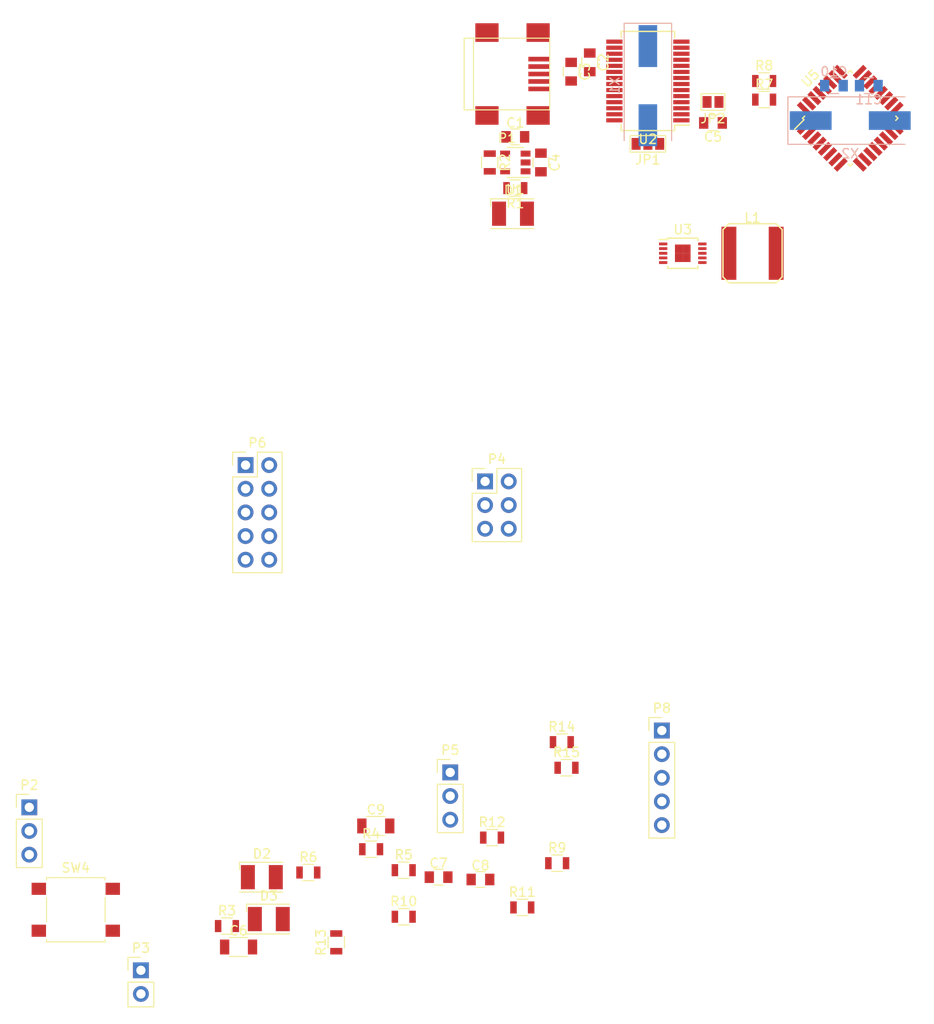
<source format=kicad_pcb>
(kicad_pcb (version 4) (host pcbnew 4.0.5)

  (general
    (links 125)
    (no_connects 125)
    (area 33.02619 73.175 133.654161 183.505)
    (thickness 1.6)
    (drawings 0)
    (tracks 0)
    (zones 0)
    (modules 46)
    (nets 46)
  )

  (page A4)
  (layers
    (0 F.Cu signal)
    (31 B.Cu signal)
    (32 B.Adhes user)
    (33 F.Adhes user)
    (34 B.Paste user)
    (35 F.Paste user)
    (36 B.SilkS user)
    (37 F.SilkS user)
    (38 B.Mask user)
    (39 F.Mask user)
    (40 Dwgs.User user)
    (41 Cmts.User user)
    (42 Eco1.User user)
    (43 Eco2.User user)
    (44 Edge.Cuts user)
    (45 Margin user)
    (46 B.CrtYd user)
    (47 F.CrtYd user)
    (48 B.Fab user)
    (49 F.Fab user)
  )

  (setup
    (last_trace_width 0.25)
    (trace_clearance 0.2)
    (zone_clearance 0.508)
    (zone_45_only no)
    (trace_min 0.2)
    (segment_width 0.2)
    (edge_width 0.15)
    (via_size 0.6)
    (via_drill 0.4)
    (via_min_size 0.4)
    (via_min_drill 0.3)
    (uvia_size 0.3)
    (uvia_drill 0.1)
    (uvias_allowed no)
    (uvia_min_size 0.2)
    (uvia_min_drill 0.1)
    (pcb_text_width 0.3)
    (pcb_text_size 1.5 1.5)
    (mod_edge_width 0.15)
    (mod_text_size 1 1)
    (mod_text_width 0.15)
    (pad_size 1.524 1.524)
    (pad_drill 0.762)
    (pad_to_mask_clearance 0.2)
    (aux_axis_origin 0 0)
    (visible_elements 7FFEFFFF)
    (pcbplotparams
      (layerselection 0x00030_80000001)
      (usegerberextensions false)
      (excludeedgelayer true)
      (linewidth 0.100000)
      (plotframeref false)
      (viasonmask false)
      (mode 1)
      (useauxorigin false)
      (hpglpennumber 1)
      (hpglpenspeed 20)
      (hpglpendiameter 15)
      (hpglpenoverlay 2)
      (psnegative false)
      (psa4output false)
      (plotreference true)
      (plotvalue true)
      (plotinvisibletext false)
      (padsonsilk false)
      (subtractmaskfromsilk false)
      (outputformat 1)
      (mirror false)
      (drillshape 1)
      (scaleselection 1)
      (outputdirectory ""))
  )

  (net 0 "")
  (net 1 "Net-(C1-Pad1)")
  (net 2 GND)
  (net 3 "Net-(C2-Pad1)")
  (net 4 "Net-(C3-Pad1)")
  (net 5 /VBatt)
  (net 6 /RESET)
  (net 7 "Net-(C5-Pad2)")
  (net 8 +3V3)
  (net 9 "Net-(C8-Pad1)")
  (net 10 "Net-(C10-Pad2)")
  (net 11 "Net-(C11-Pad2)")
  (net 12 "Net-(D1-Pad1)")
  (net 13 "Net-(D2-Pad1)")
  (net 14 "Net-(D3-Pad1)")
  (net 15 "Net-(JP1-Pad2)")
  (net 16 "Net-(JP2-Pad2)")
  (net 17 "Net-(L1-Pad1)")
  (net 18 "Net-(P1-Pad2)")
  (net 19 "Net-(P1-Pad3)")
  (net 20 "Net-(P2-Pad1)")
  (net 21 "Net-(P2-Pad2)")
  (net 22 /CLK)
  (net 23 /DO)
  (net 24 /DI)
  (net 25 "Net-(P5-Pad1)")
  (net 26 "Net-(P5-Pad2)")
  (net 27 "Net-(P6-Pad5)")
  (net 28 /CS)
  (net 29 /BTN_4)
  (net 30 /BTN_3)
  (net 31 /BTN_2)
  (net 32 /BTN_1)
  (net 33 "Net-(R1-Pad1)")
  (net 34 "Net-(R2-Pad2)")
  (net 35 "Net-(R7-Pad1)")
  (net 36 "Net-(R7-Pad2)")
  (net 37 "Net-(R8-Pad1)")
  (net 38 "Net-(R8-Pad2)")
  (net 39 "Net-(R10-Pad2)")
  (net 40 "Net-(R11-Pad2)")
  (net 41 "Net-(R13-Pad2)")
  (net 42 "Net-(U2-Pad27)")
  (net 43 "Net-(U2-Pad28)")
  (net 44 "Net-(D2-Pad2)")
  (net 45 "Net-(D3-Pad2)")

  (net_class Default "This is the default net class."
    (clearance 0.2)
    (trace_width 0.25)
    (via_dia 0.6)
    (via_drill 0.4)
    (uvia_dia 0.3)
    (uvia_drill 0.1)
    (add_net +3V3)
    (add_net /BTN_1)
    (add_net /BTN_2)
    (add_net /BTN_3)
    (add_net /BTN_4)
    (add_net /CLK)
    (add_net /CS)
    (add_net /DI)
    (add_net /DO)
    (add_net /RESET)
    (add_net /VBatt)
    (add_net GND)
    (add_net "Net-(C1-Pad1)")
    (add_net "Net-(C10-Pad2)")
    (add_net "Net-(C11-Pad2)")
    (add_net "Net-(C2-Pad1)")
    (add_net "Net-(C3-Pad1)")
    (add_net "Net-(C5-Pad2)")
    (add_net "Net-(C8-Pad1)")
    (add_net "Net-(D1-Pad1)")
    (add_net "Net-(D2-Pad1)")
    (add_net "Net-(D2-Pad2)")
    (add_net "Net-(D3-Pad1)")
    (add_net "Net-(D3-Pad2)")
    (add_net "Net-(JP1-Pad2)")
    (add_net "Net-(JP2-Pad2)")
    (add_net "Net-(L1-Pad1)")
    (add_net "Net-(P1-Pad2)")
    (add_net "Net-(P1-Pad3)")
    (add_net "Net-(P2-Pad1)")
    (add_net "Net-(P2-Pad2)")
    (add_net "Net-(P5-Pad1)")
    (add_net "Net-(P5-Pad2)")
    (add_net "Net-(P6-Pad5)")
    (add_net "Net-(R1-Pad1)")
    (add_net "Net-(R10-Pad2)")
    (add_net "Net-(R11-Pad2)")
    (add_net "Net-(R13-Pad2)")
    (add_net "Net-(R2-Pad2)")
    (add_net "Net-(R7-Pad1)")
    (add_net "Net-(R7-Pad2)")
    (add_net "Net-(R8-Pad1)")
    (add_net "Net-(R8-Pad2)")
    (add_net "Net-(U2-Pad27)")
    (add_net "Net-(U2-Pad28)")
  )

  (module Capacitors_SMD:C_0805 (layer F.Cu) (tedit 58AA8463) (tstamp 58AC50FC)
    (at 88.5 88)
    (descr "Capacitor SMD 0805, reflow soldering, AVX (see smccp.pdf)")
    (tags "capacitor 0805")
    (path /58885F04)
    (attr smd)
    (fp_text reference C1 (at 0 -1.5) (layer F.SilkS)
      (effects (font (size 1 1) (thickness 0.15)))
    )
    (fp_text value 4.7uF (at 0 1.75) (layer F.Fab)
      (effects (font (size 1 1) (thickness 0.15)))
    )
    (fp_text user %R (at 0 -1.5) (layer F.Fab)
      (effects (font (size 1 1) (thickness 0.15)))
    )
    (fp_line (start -1 0.62) (end -1 -0.62) (layer F.Fab) (width 0.1))
    (fp_line (start 1 0.62) (end -1 0.62) (layer F.Fab) (width 0.1))
    (fp_line (start 1 -0.62) (end 1 0.62) (layer F.Fab) (width 0.1))
    (fp_line (start -1 -0.62) (end 1 -0.62) (layer F.Fab) (width 0.1))
    (fp_line (start 0.5 -0.85) (end -0.5 -0.85) (layer F.SilkS) (width 0.12))
    (fp_line (start -0.5 0.85) (end 0.5 0.85) (layer F.SilkS) (width 0.12))
    (fp_line (start -1.75 -0.88) (end 1.75 -0.88) (layer F.CrtYd) (width 0.05))
    (fp_line (start -1.75 -0.88) (end -1.75 0.87) (layer F.CrtYd) (width 0.05))
    (fp_line (start 1.75 0.87) (end 1.75 -0.88) (layer F.CrtYd) (width 0.05))
    (fp_line (start 1.75 0.87) (end -1.75 0.87) (layer F.CrtYd) (width 0.05))
    (pad 1 smd rect (at -1 0) (size 1 1.25) (layers F.Cu F.Paste F.Mask)
      (net 1 "Net-(C1-Pad1)"))
    (pad 2 smd rect (at 1 0) (size 1 1.25) (layers F.Cu F.Paste F.Mask)
      (net 2 GND))
    (model Capacitors_SMD.3dshapes/C_0805.wrl
      (at (xyz 0 0 0))
      (scale (xyz 1 1 1))
      (rotate (xyz 0 0 0))
    )
  )

  (module Capacitors_SMD:C_0805 (layer F.Cu) (tedit 58AA8463) (tstamp 58AC510D)
    (at 96.5 80 270)
    (descr "Capacitor SMD 0805, reflow soldering, AVX (see smccp.pdf)")
    (tags "capacitor 0805")
    (path /58815C2D)
    (attr smd)
    (fp_text reference C2 (at 0 -1.5 270) (layer F.SilkS)
      (effects (font (size 1 1) (thickness 0.15)))
    )
    (fp_text value 100nF (at 0 1.75 270) (layer F.Fab)
      (effects (font (size 1 1) (thickness 0.15)))
    )
    (fp_text user %R (at 0 -1.5 270) (layer F.Fab)
      (effects (font (size 1 1) (thickness 0.15)))
    )
    (fp_line (start -1 0.62) (end -1 -0.62) (layer F.Fab) (width 0.1))
    (fp_line (start 1 0.62) (end -1 0.62) (layer F.Fab) (width 0.1))
    (fp_line (start 1 -0.62) (end 1 0.62) (layer F.Fab) (width 0.1))
    (fp_line (start -1 -0.62) (end 1 -0.62) (layer F.Fab) (width 0.1))
    (fp_line (start 0.5 -0.85) (end -0.5 -0.85) (layer F.SilkS) (width 0.12))
    (fp_line (start -0.5 0.85) (end 0.5 0.85) (layer F.SilkS) (width 0.12))
    (fp_line (start -1.75 -0.88) (end 1.75 -0.88) (layer F.CrtYd) (width 0.05))
    (fp_line (start -1.75 -0.88) (end -1.75 0.87) (layer F.CrtYd) (width 0.05))
    (fp_line (start 1.75 0.87) (end 1.75 -0.88) (layer F.CrtYd) (width 0.05))
    (fp_line (start 1.75 0.87) (end -1.75 0.87) (layer F.CrtYd) (width 0.05))
    (pad 1 smd rect (at -1 0 270) (size 1 1.25) (layers F.Cu F.Paste F.Mask)
      (net 3 "Net-(C2-Pad1)"))
    (pad 2 smd rect (at 1 0 270) (size 1 1.25) (layers F.Cu F.Paste F.Mask)
      (net 2 GND))
    (model Capacitors_SMD.3dshapes/C_0805.wrl
      (at (xyz 0 0 0))
      (scale (xyz 1 1 1))
      (rotate (xyz 0 0 0))
    )
  )

  (module Capacitors_SMD:C_0805 (layer F.Cu) (tedit 58AA8463) (tstamp 58AC511E)
    (at 94.5 81 270)
    (descr "Capacitor SMD 0805, reflow soldering, AVX (see smccp.pdf)")
    (tags "capacitor 0805")
    (path /5891B8EF)
    (attr smd)
    (fp_text reference C3 (at 0 -1.5 270) (layer F.SilkS)
      (effects (font (size 1 1) (thickness 0.15)))
    )
    (fp_text value 100nF (at 0 1.75 270) (layer F.Fab)
      (effects (font (size 1 1) (thickness 0.15)))
    )
    (fp_text user %R (at 0 -1.5 270) (layer F.Fab)
      (effects (font (size 1 1) (thickness 0.15)))
    )
    (fp_line (start -1 0.62) (end -1 -0.62) (layer F.Fab) (width 0.1))
    (fp_line (start 1 0.62) (end -1 0.62) (layer F.Fab) (width 0.1))
    (fp_line (start 1 -0.62) (end 1 0.62) (layer F.Fab) (width 0.1))
    (fp_line (start -1 -0.62) (end 1 -0.62) (layer F.Fab) (width 0.1))
    (fp_line (start 0.5 -0.85) (end -0.5 -0.85) (layer F.SilkS) (width 0.12))
    (fp_line (start -0.5 0.85) (end 0.5 0.85) (layer F.SilkS) (width 0.12))
    (fp_line (start -1.75 -0.88) (end 1.75 -0.88) (layer F.CrtYd) (width 0.05))
    (fp_line (start -1.75 -0.88) (end -1.75 0.87) (layer F.CrtYd) (width 0.05))
    (fp_line (start 1.75 0.87) (end 1.75 -0.88) (layer F.CrtYd) (width 0.05))
    (fp_line (start 1.75 0.87) (end -1.75 0.87) (layer F.CrtYd) (width 0.05))
    (pad 1 smd rect (at -1 0 270) (size 1 1.25) (layers F.Cu F.Paste F.Mask)
      (net 4 "Net-(C3-Pad1)"))
    (pad 2 smd rect (at 1 0 270) (size 1 1.25) (layers F.Cu F.Paste F.Mask)
      (net 2 GND))
    (model Capacitors_SMD.3dshapes/C_0805.wrl
      (at (xyz 0 0 0))
      (scale (xyz 1 1 1))
      (rotate (xyz 0 0 0))
    )
  )

  (module Capacitors_SMD:C_0805 (layer F.Cu) (tedit 58AA8463) (tstamp 58AC512F)
    (at 91.25 90.75 270)
    (descr "Capacitor SMD 0805, reflow soldering, AVX (see smccp.pdf)")
    (tags "capacitor 0805")
    (path /5888837D)
    (attr smd)
    (fp_text reference C4 (at 0 -1.5 270) (layer F.SilkS)
      (effects (font (size 1 1) (thickness 0.15)))
    )
    (fp_text value 4.7uF (at 0 1.75 270) (layer F.Fab)
      (effects (font (size 1 1) (thickness 0.15)))
    )
    (fp_text user %R (at 0 -1.5 270) (layer F.Fab)
      (effects (font (size 1 1) (thickness 0.15)))
    )
    (fp_line (start -1 0.62) (end -1 -0.62) (layer F.Fab) (width 0.1))
    (fp_line (start 1 0.62) (end -1 0.62) (layer F.Fab) (width 0.1))
    (fp_line (start 1 -0.62) (end 1 0.62) (layer F.Fab) (width 0.1))
    (fp_line (start -1 -0.62) (end 1 -0.62) (layer F.Fab) (width 0.1))
    (fp_line (start 0.5 -0.85) (end -0.5 -0.85) (layer F.SilkS) (width 0.12))
    (fp_line (start -0.5 0.85) (end 0.5 0.85) (layer F.SilkS) (width 0.12))
    (fp_line (start -1.75 -0.88) (end 1.75 -0.88) (layer F.CrtYd) (width 0.05))
    (fp_line (start -1.75 -0.88) (end -1.75 0.87) (layer F.CrtYd) (width 0.05))
    (fp_line (start 1.75 0.87) (end 1.75 -0.88) (layer F.CrtYd) (width 0.05))
    (fp_line (start 1.75 0.87) (end -1.75 0.87) (layer F.CrtYd) (width 0.05))
    (pad 1 smd rect (at -1 0 270) (size 1 1.25) (layers F.Cu F.Paste F.Mask)
      (net 5 /VBatt))
    (pad 2 smd rect (at 1 0 270) (size 1 1.25) (layers F.Cu F.Paste F.Mask)
      (net 2 GND))
    (model Capacitors_SMD.3dshapes/C_0805.wrl
      (at (xyz 0 0 0))
      (scale (xyz 1 1 1))
      (rotate (xyz 0 0 0))
    )
  )

  (module Capacitors_SMD:C_0805 (layer F.Cu) (tedit 58AA8463) (tstamp 58AC5140)
    (at 109.75 86.5 180)
    (descr "Capacitor SMD 0805, reflow soldering, AVX (see smccp.pdf)")
    (tags "capacitor 0805")
    (path /5891E9F8)
    (attr smd)
    (fp_text reference C5 (at 0 -1.5 180) (layer F.SilkS)
      (effects (font (size 1 1) (thickness 0.15)))
    )
    (fp_text value 100nF (at 0 1.75 180) (layer F.Fab)
      (effects (font (size 1 1) (thickness 0.15)))
    )
    (fp_text user %R (at 0 -1.5 180) (layer F.Fab)
      (effects (font (size 1 1) (thickness 0.15)))
    )
    (fp_line (start -1 0.62) (end -1 -0.62) (layer F.Fab) (width 0.1))
    (fp_line (start 1 0.62) (end -1 0.62) (layer F.Fab) (width 0.1))
    (fp_line (start 1 -0.62) (end 1 0.62) (layer F.Fab) (width 0.1))
    (fp_line (start -1 -0.62) (end 1 -0.62) (layer F.Fab) (width 0.1))
    (fp_line (start 0.5 -0.85) (end -0.5 -0.85) (layer F.SilkS) (width 0.12))
    (fp_line (start -0.5 0.85) (end 0.5 0.85) (layer F.SilkS) (width 0.12))
    (fp_line (start -1.75 -0.88) (end 1.75 -0.88) (layer F.CrtYd) (width 0.05))
    (fp_line (start -1.75 -0.88) (end -1.75 0.87) (layer F.CrtYd) (width 0.05))
    (fp_line (start 1.75 0.87) (end 1.75 -0.88) (layer F.CrtYd) (width 0.05))
    (fp_line (start 1.75 0.87) (end -1.75 0.87) (layer F.CrtYd) (width 0.05))
    (pad 1 smd rect (at -1 0 180) (size 1 1.25) (layers F.Cu F.Paste F.Mask)
      (net 6 /RESET))
    (pad 2 smd rect (at 1 0 180) (size 1 1.25) (layers F.Cu F.Paste F.Mask)
      (net 7 "Net-(C5-Pad2)"))
    (model Capacitors_SMD.3dshapes/C_0805.wrl
      (at (xyz 0 0 0))
      (scale (xyz 1 1 1))
      (rotate (xyz 0 0 0))
    )
  )

  (module Capacitors_SMD:C_1206 (layer F.Cu) (tedit 58AA84B8) (tstamp 58AC5151)
    (at 58.75 175)
    (descr "Capacitor SMD 1206, reflow soldering, AVX (see smccp.pdf)")
    (tags "capacitor 1206")
    (path /588996E9)
    (attr smd)
    (fp_text reference C6 (at 0 -1.75) (layer F.SilkS)
      (effects (font (size 1 1) (thickness 0.15)))
    )
    (fp_text value 22uF (at 0 2) (layer F.Fab)
      (effects (font (size 1 1) (thickness 0.15)))
    )
    (fp_text user %R (at 0 -1.75) (layer F.Fab)
      (effects (font (size 1 1) (thickness 0.15)))
    )
    (fp_line (start -1.6 0.8) (end -1.6 -0.8) (layer F.Fab) (width 0.1))
    (fp_line (start 1.6 0.8) (end -1.6 0.8) (layer F.Fab) (width 0.1))
    (fp_line (start 1.6 -0.8) (end 1.6 0.8) (layer F.Fab) (width 0.1))
    (fp_line (start -1.6 -0.8) (end 1.6 -0.8) (layer F.Fab) (width 0.1))
    (fp_line (start 1 -1.02) (end -1 -1.02) (layer F.SilkS) (width 0.12))
    (fp_line (start -1 1.02) (end 1 1.02) (layer F.SilkS) (width 0.12))
    (fp_line (start -2.25 -1.05) (end 2.25 -1.05) (layer F.CrtYd) (width 0.05))
    (fp_line (start -2.25 -1.05) (end -2.25 1.05) (layer F.CrtYd) (width 0.05))
    (fp_line (start 2.25 1.05) (end 2.25 -1.05) (layer F.CrtYd) (width 0.05))
    (fp_line (start 2.25 1.05) (end -2.25 1.05) (layer F.CrtYd) (width 0.05))
    (pad 1 smd rect (at -1.5 0) (size 1 1.6) (layers F.Cu F.Paste F.Mask)
      (net 5 /VBatt))
    (pad 2 smd rect (at 1.5 0) (size 1 1.6) (layers F.Cu F.Paste F.Mask)
      (net 2 GND))
    (model Capacitors_SMD.3dshapes/C_1206.wrl
      (at (xyz 0 0 0))
      (scale (xyz 1 1 1))
      (rotate (xyz 0 0 0))
    )
  )

  (module Capacitors_SMD:C_0805 (layer F.Cu) (tedit 58AA8463) (tstamp 58AC5162)
    (at 80.25 167.5)
    (descr "Capacitor SMD 0805, reflow soldering, AVX (see smccp.pdf)")
    (tags "capacitor 0805")
    (path /58825549)
    (attr smd)
    (fp_text reference C7 (at 0 -1.5) (layer F.SilkS)
      (effects (font (size 1 1) (thickness 0.15)))
    )
    (fp_text value 100nF (at 0 1.75) (layer F.Fab)
      (effects (font (size 1 1) (thickness 0.15)))
    )
    (fp_text user %R (at 0 -1.5) (layer F.Fab)
      (effects (font (size 1 1) (thickness 0.15)))
    )
    (fp_line (start -1 0.62) (end -1 -0.62) (layer F.Fab) (width 0.1))
    (fp_line (start 1 0.62) (end -1 0.62) (layer F.Fab) (width 0.1))
    (fp_line (start 1 -0.62) (end 1 0.62) (layer F.Fab) (width 0.1))
    (fp_line (start -1 -0.62) (end 1 -0.62) (layer F.Fab) (width 0.1))
    (fp_line (start 0.5 -0.85) (end -0.5 -0.85) (layer F.SilkS) (width 0.12))
    (fp_line (start -0.5 0.85) (end 0.5 0.85) (layer F.SilkS) (width 0.12))
    (fp_line (start -1.75 -0.88) (end 1.75 -0.88) (layer F.CrtYd) (width 0.05))
    (fp_line (start -1.75 -0.88) (end -1.75 0.87) (layer F.CrtYd) (width 0.05))
    (fp_line (start 1.75 0.87) (end 1.75 -0.88) (layer F.CrtYd) (width 0.05))
    (fp_line (start 1.75 0.87) (end -1.75 0.87) (layer F.CrtYd) (width 0.05))
    (pad 1 smd rect (at -1 0) (size 1 1.25) (layers F.Cu F.Paste F.Mask)
      (net 2 GND))
    (pad 2 smd rect (at 1 0) (size 1 1.25) (layers F.Cu F.Paste F.Mask)
      (net 8 +3V3))
    (model Capacitors_SMD.3dshapes/C_0805.wrl
      (at (xyz 0 0 0))
      (scale (xyz 1 1 1))
      (rotate (xyz 0 0 0))
    )
  )

  (module Capacitors_SMD:C_0805 (layer F.Cu) (tedit 58AA8463) (tstamp 58AC5173)
    (at 84.75 167.75)
    (descr "Capacitor SMD 0805, reflow soldering, AVX (see smccp.pdf)")
    (tags "capacitor 0805")
    (path /5891C141)
    (attr smd)
    (fp_text reference C8 (at 0 -1.5) (layer F.SilkS)
      (effects (font (size 1 1) (thickness 0.15)))
    )
    (fp_text value 100nF (at 0 1.75) (layer F.Fab)
      (effects (font (size 1 1) (thickness 0.15)))
    )
    (fp_text user %R (at 0 -1.5) (layer F.Fab)
      (effects (font (size 1 1) (thickness 0.15)))
    )
    (fp_line (start -1 0.62) (end -1 -0.62) (layer F.Fab) (width 0.1))
    (fp_line (start 1 0.62) (end -1 0.62) (layer F.Fab) (width 0.1))
    (fp_line (start 1 -0.62) (end 1 0.62) (layer F.Fab) (width 0.1))
    (fp_line (start -1 -0.62) (end 1 -0.62) (layer F.Fab) (width 0.1))
    (fp_line (start 0.5 -0.85) (end -0.5 -0.85) (layer F.SilkS) (width 0.12))
    (fp_line (start -0.5 0.85) (end 0.5 0.85) (layer F.SilkS) (width 0.12))
    (fp_line (start -1.75 -0.88) (end 1.75 -0.88) (layer F.CrtYd) (width 0.05))
    (fp_line (start -1.75 -0.88) (end -1.75 0.87) (layer F.CrtYd) (width 0.05))
    (fp_line (start 1.75 0.87) (end 1.75 -0.88) (layer F.CrtYd) (width 0.05))
    (fp_line (start 1.75 0.87) (end -1.75 0.87) (layer F.CrtYd) (width 0.05))
    (pad 1 smd rect (at -1 0) (size 1 1.25) (layers F.Cu F.Paste F.Mask)
      (net 9 "Net-(C8-Pad1)"))
    (pad 2 smd rect (at 1 0) (size 1 1.25) (layers F.Cu F.Paste F.Mask)
      (net 2 GND))
    (model Capacitors_SMD.3dshapes/C_0805.wrl
      (at (xyz 0 0 0))
      (scale (xyz 1 1 1))
      (rotate (xyz 0 0 0))
    )
  )

  (module Capacitors_SMD:C_1206 (layer F.Cu) (tedit 58AA84B8) (tstamp 58AC5184)
    (at 73.5 162)
    (descr "Capacitor SMD 1206, reflow soldering, AVX (see smccp.pdf)")
    (tags "capacitor 1206")
    (path /5889990B)
    (attr smd)
    (fp_text reference C9 (at 0 -1.75) (layer F.SilkS)
      (effects (font (size 1 1) (thickness 0.15)))
    )
    (fp_text value 22uF (at 0 2) (layer F.Fab)
      (effects (font (size 1 1) (thickness 0.15)))
    )
    (fp_text user %R (at 0 -1.75) (layer F.Fab)
      (effects (font (size 1 1) (thickness 0.15)))
    )
    (fp_line (start -1.6 0.8) (end -1.6 -0.8) (layer F.Fab) (width 0.1))
    (fp_line (start 1.6 0.8) (end -1.6 0.8) (layer F.Fab) (width 0.1))
    (fp_line (start 1.6 -0.8) (end 1.6 0.8) (layer F.Fab) (width 0.1))
    (fp_line (start -1.6 -0.8) (end 1.6 -0.8) (layer F.Fab) (width 0.1))
    (fp_line (start 1 -1.02) (end -1 -1.02) (layer F.SilkS) (width 0.12))
    (fp_line (start -1 1.02) (end 1 1.02) (layer F.SilkS) (width 0.12))
    (fp_line (start -2.25 -1.05) (end 2.25 -1.05) (layer F.CrtYd) (width 0.05))
    (fp_line (start -2.25 -1.05) (end -2.25 1.05) (layer F.CrtYd) (width 0.05))
    (fp_line (start 2.25 1.05) (end 2.25 -1.05) (layer F.CrtYd) (width 0.05))
    (fp_line (start 2.25 1.05) (end -2.25 1.05) (layer F.CrtYd) (width 0.05))
    (pad 1 smd rect (at -1.5 0) (size 1 1.6) (layers F.Cu F.Paste F.Mask)
      (net 8 +3V3))
    (pad 2 smd rect (at 1.5 0) (size 1 1.6) (layers F.Cu F.Paste F.Mask)
      (net 2 GND))
    (model Capacitors_SMD.3dshapes/C_1206.wrl
      (at (xyz 0 0 0))
      (scale (xyz 1 1 1))
      (rotate (xyz 0 0 0))
    )
  )

  (module Capacitors_SMD:C_0805 (layer B.Cu) (tedit 58AA8463) (tstamp 58AC5195)
    (at 122.75 82.5 180)
    (descr "Capacitor SMD 0805, reflow soldering, AVX (see smccp.pdf)")
    (tags "capacitor 0805")
    (path /58819B31)
    (attr smd)
    (fp_text reference C10 (at 0 1.5 180) (layer B.SilkS)
      (effects (font (size 1 1) (thickness 0.15)) (justify mirror))
    )
    (fp_text value 22pF (at 0 -1.75 180) (layer B.Fab)
      (effects (font (size 1 1) (thickness 0.15)) (justify mirror))
    )
    (fp_text user %R (at 0 1.5 180) (layer B.Fab)
      (effects (font (size 1 1) (thickness 0.15)) (justify mirror))
    )
    (fp_line (start -1 -0.62) (end -1 0.62) (layer B.Fab) (width 0.1))
    (fp_line (start 1 -0.62) (end -1 -0.62) (layer B.Fab) (width 0.1))
    (fp_line (start 1 0.62) (end 1 -0.62) (layer B.Fab) (width 0.1))
    (fp_line (start -1 0.62) (end 1 0.62) (layer B.Fab) (width 0.1))
    (fp_line (start 0.5 0.85) (end -0.5 0.85) (layer B.SilkS) (width 0.12))
    (fp_line (start -0.5 -0.85) (end 0.5 -0.85) (layer B.SilkS) (width 0.12))
    (fp_line (start -1.75 0.88) (end 1.75 0.88) (layer B.CrtYd) (width 0.05))
    (fp_line (start -1.75 0.88) (end -1.75 -0.87) (layer B.CrtYd) (width 0.05))
    (fp_line (start 1.75 -0.87) (end 1.75 0.88) (layer B.CrtYd) (width 0.05))
    (fp_line (start 1.75 -0.87) (end -1.75 -0.87) (layer B.CrtYd) (width 0.05))
    (pad 1 smd rect (at -1 0 180) (size 1 1.25) (layers B.Cu B.Paste B.Mask)
      (net 2 GND))
    (pad 2 smd rect (at 1 0 180) (size 1 1.25) (layers B.Cu B.Paste B.Mask)
      (net 10 "Net-(C10-Pad2)"))
    (model Capacitors_SMD.3dshapes/C_0805.wrl
      (at (xyz 0 0 0))
      (scale (xyz 1 1 1))
      (rotate (xyz 0 0 0))
    )
  )

  (module Capacitors_SMD:C_0805 (layer B.Cu) (tedit 58AA8463) (tstamp 58AC51A6)
    (at 126.5 82.5)
    (descr "Capacitor SMD 0805, reflow soldering, AVX (see smccp.pdf)")
    (tags "capacitor 0805")
    (path /58819C1C)
    (attr smd)
    (fp_text reference C11 (at 0 1.5) (layer B.SilkS)
      (effects (font (size 1 1) (thickness 0.15)) (justify mirror))
    )
    (fp_text value 22pF (at 0 -1.75) (layer B.Fab)
      (effects (font (size 1 1) (thickness 0.15)) (justify mirror))
    )
    (fp_text user %R (at 0 1.5) (layer B.Fab)
      (effects (font (size 1 1) (thickness 0.15)) (justify mirror))
    )
    (fp_line (start -1 -0.62) (end -1 0.62) (layer B.Fab) (width 0.1))
    (fp_line (start 1 -0.62) (end -1 -0.62) (layer B.Fab) (width 0.1))
    (fp_line (start 1 0.62) (end 1 -0.62) (layer B.Fab) (width 0.1))
    (fp_line (start -1 0.62) (end 1 0.62) (layer B.Fab) (width 0.1))
    (fp_line (start 0.5 0.85) (end -0.5 0.85) (layer B.SilkS) (width 0.12))
    (fp_line (start -0.5 -0.85) (end 0.5 -0.85) (layer B.SilkS) (width 0.12))
    (fp_line (start -1.75 0.88) (end 1.75 0.88) (layer B.CrtYd) (width 0.05))
    (fp_line (start -1.75 0.88) (end -1.75 -0.87) (layer B.CrtYd) (width 0.05))
    (fp_line (start 1.75 -0.87) (end 1.75 0.88) (layer B.CrtYd) (width 0.05))
    (fp_line (start 1.75 -0.87) (end -1.75 -0.87) (layer B.CrtYd) (width 0.05))
    (pad 1 smd rect (at -1 0) (size 1 1.25) (layers B.Cu B.Paste B.Mask)
      (net 2 GND))
    (pad 2 smd rect (at 1 0) (size 1 1.25) (layers B.Cu B.Paste B.Mask)
      (net 11 "Net-(C11-Pad2)"))
    (model Capacitors_SMD.3dshapes/C_0805.wrl
      (at (xyz 0 0 0))
      (scale (xyz 1 1 1))
      (rotate (xyz 0 0 0))
    )
  )

  (module LEDs:LED_PLCC-2 (layer F.Cu) (tedit 5860D51E) (tstamp 58AC51B9)
    (at 88.25 96.25)
    (descr "LED PLCC-2 SMD package")
    (tags "LED PLCC-2 SMD")
    (path /589137FD)
    (attr smd)
    (fp_text reference D1 (at 0 -2.5) (layer F.SilkS)
      (effects (font (size 1 1) (thickness 0.15)))
    )
    (fp_text value LED (at 0 2.5) (layer F.Fab)
      (effects (font (size 1 1) (thickness 0.15)))
    )
    (fp_circle (center 0 0) (end 0 -1.25) (layer F.Fab) (width 0.1))
    (fp_line (start -1.7 -0.6) (end -0.8 -1.5) (layer F.Fab) (width 0.1))
    (fp_line (start 1.7 1.5) (end 1.7 -1.5) (layer F.Fab) (width 0.1))
    (fp_line (start 1.7 -1.5) (end -1.7 -1.5) (layer F.Fab) (width 0.1))
    (fp_line (start -1.7 -1.5) (end -1.7 1.5) (layer F.Fab) (width 0.1))
    (fp_line (start -1.7 1.5) (end 1.7 1.5) (layer F.Fab) (width 0.1))
    (fp_line (start -2.65 -1.85) (end 2.5 -1.85) (layer F.CrtYd) (width 0.05))
    (fp_line (start 2.5 -1.85) (end 2.5 1.85) (layer F.CrtYd) (width 0.05))
    (fp_line (start 2.5 1.85) (end -2.65 1.85) (layer F.CrtYd) (width 0.05))
    (fp_line (start -2.65 1.85) (end -2.65 -1.85) (layer F.CrtYd) (width 0.05))
    (fp_line (start 2.25 1.6) (end -2.4 1.6) (layer F.SilkS) (width 0.12))
    (fp_line (start 2.25 -1.6) (end -2.4 -1.6) (layer F.SilkS) (width 0.12))
    (fp_line (start -2.4 -1.6) (end -2.4 -0.8) (layer F.SilkS) (width 0.12))
    (pad 1 smd rect (at -1.5 0) (size 1.5 2.6) (layers F.Cu F.Paste F.Mask)
      (net 12 "Net-(D1-Pad1)"))
    (pad 2 smd rect (at 1.5 0) (size 1.5 2.6) (layers F.Cu F.Paste F.Mask)
      (net 1 "Net-(C1-Pad1)"))
  )

  (module LEDs:LED_PLCC-2 (layer F.Cu) (tedit 5860D51E) (tstamp 58AC51CC)
    (at 61.25 167.5)
    (descr "LED PLCC-2 SMD package")
    (tags "LED PLCC-2 SMD")
    (path /5881DC19)
    (attr smd)
    (fp_text reference D2 (at 0 -2.5) (layer F.SilkS)
      (effects (font (size 1 1) (thickness 0.15)))
    )
    (fp_text value LED (at 0 2.5) (layer F.Fab)
      (effects (font (size 1 1) (thickness 0.15)))
    )
    (fp_circle (center 0 0) (end 0 -1.25) (layer F.Fab) (width 0.1))
    (fp_line (start -1.7 -0.6) (end -0.8 -1.5) (layer F.Fab) (width 0.1))
    (fp_line (start 1.7 1.5) (end 1.7 -1.5) (layer F.Fab) (width 0.1))
    (fp_line (start 1.7 -1.5) (end -1.7 -1.5) (layer F.Fab) (width 0.1))
    (fp_line (start -1.7 -1.5) (end -1.7 1.5) (layer F.Fab) (width 0.1))
    (fp_line (start -1.7 1.5) (end 1.7 1.5) (layer F.Fab) (width 0.1))
    (fp_line (start -2.65 -1.85) (end 2.5 -1.85) (layer F.CrtYd) (width 0.05))
    (fp_line (start 2.5 -1.85) (end 2.5 1.85) (layer F.CrtYd) (width 0.05))
    (fp_line (start 2.5 1.85) (end -2.65 1.85) (layer F.CrtYd) (width 0.05))
    (fp_line (start -2.65 1.85) (end -2.65 -1.85) (layer F.CrtYd) (width 0.05))
    (fp_line (start 2.25 1.6) (end -2.4 1.6) (layer F.SilkS) (width 0.12))
    (fp_line (start 2.25 -1.6) (end -2.4 -1.6) (layer F.SilkS) (width 0.12))
    (fp_line (start -2.4 -1.6) (end -2.4 -0.8) (layer F.SilkS) (width 0.12))
    (pad 1 smd rect (at -1.5 0) (size 1.5 2.6) (layers F.Cu F.Paste F.Mask)
      (net 13 "Net-(D2-Pad1)"))
    (pad 2 smd rect (at 1.5 0) (size 1.5 2.6) (layers F.Cu F.Paste F.Mask)
      (net 44 "Net-(D2-Pad2)"))
  )

  (module LEDs:LED_PLCC-2 (layer F.Cu) (tedit 5860D51E) (tstamp 58AC51DF)
    (at 62 172)
    (descr "LED PLCC-2 SMD package")
    (tags "LED PLCC-2 SMD")
    (path /58912C50)
    (attr smd)
    (fp_text reference D3 (at 0 -2.5) (layer F.SilkS)
      (effects (font (size 1 1) (thickness 0.15)))
    )
    (fp_text value LED (at 0 2.5) (layer F.Fab)
      (effects (font (size 1 1) (thickness 0.15)))
    )
    (fp_circle (center 0 0) (end 0 -1.25) (layer F.Fab) (width 0.1))
    (fp_line (start -1.7 -0.6) (end -0.8 -1.5) (layer F.Fab) (width 0.1))
    (fp_line (start 1.7 1.5) (end 1.7 -1.5) (layer F.Fab) (width 0.1))
    (fp_line (start 1.7 -1.5) (end -1.7 -1.5) (layer F.Fab) (width 0.1))
    (fp_line (start -1.7 -1.5) (end -1.7 1.5) (layer F.Fab) (width 0.1))
    (fp_line (start -1.7 1.5) (end 1.7 1.5) (layer F.Fab) (width 0.1))
    (fp_line (start -2.65 -1.85) (end 2.5 -1.85) (layer F.CrtYd) (width 0.05))
    (fp_line (start 2.5 -1.85) (end 2.5 1.85) (layer F.CrtYd) (width 0.05))
    (fp_line (start 2.5 1.85) (end -2.65 1.85) (layer F.CrtYd) (width 0.05))
    (fp_line (start -2.65 1.85) (end -2.65 -1.85) (layer F.CrtYd) (width 0.05))
    (fp_line (start 2.25 1.6) (end -2.4 1.6) (layer F.SilkS) (width 0.12))
    (fp_line (start 2.25 -1.6) (end -2.4 -1.6) (layer F.SilkS) (width 0.12))
    (fp_line (start -2.4 -1.6) (end -2.4 -0.8) (layer F.SilkS) (width 0.12))
    (pad 1 smd rect (at -1.5 0) (size 1.5 2.6) (layers F.Cu F.Paste F.Mask)
      (net 14 "Net-(D3-Pad1)"))
    (pad 2 smd rect (at 1.5 0) (size 1.5 2.6) (layers F.Cu F.Paste F.Mask)
      (net 45 "Net-(D3-Pad2)"))
  )

  (module Connectors:GS3 (layer F.Cu) (tedit 58613494) (tstamp 58AC51EE)
    (at 102.75 88.75 90)
    (descr "3-pin solder bridge")
    (tags "solder bridge")
    (path /58817926)
    (attr smd)
    (fp_text reference JP1 (at -1.7 0 180) (layer F.SilkS)
      (effects (font (size 1 1) (thickness 0.15)))
    )
    (fp_text value Jumper3 (at 1.8 0 180) (layer F.Fab)
      (effects (font (size 1 1) (thickness 0.15)))
    )
    (fp_line (start -1.15 -2.15) (end 1.15 -2.15) (layer F.CrtYd) (width 0.05))
    (fp_line (start 1.15 -2.15) (end 1.15 2.15) (layer F.CrtYd) (width 0.05))
    (fp_line (start 1.15 2.15) (end -1.15 2.15) (layer F.CrtYd) (width 0.05))
    (fp_line (start -1.15 2.15) (end -1.15 -2.15) (layer F.CrtYd) (width 0.05))
    (fp_line (start -0.89 -1.91) (end -0.89 1.91) (layer F.SilkS) (width 0.12))
    (fp_line (start -0.89 1.91) (end 0.89 1.91) (layer F.SilkS) (width 0.12))
    (fp_line (start 0.89 1.91) (end 0.89 -1.91) (layer F.SilkS) (width 0.12))
    (fp_line (start -0.89 -1.91) (end 0.89 -1.91) (layer F.SilkS) (width 0.12))
    (pad 1 smd rect (at 0 -1.27 90) (size 1.27 0.97) (layers F.Cu F.Paste F.Mask)
      (net 8 +3V3))
    (pad 2 smd rect (at 0 0 90) (size 1.27 0.97) (layers F.Cu F.Paste F.Mask)
      (net 15 "Net-(JP1-Pad2)"))
    (pad 3 smd rect (at 0 1.27 90) (size 1.27 0.97) (layers F.Cu F.Paste F.Mask)
      (net 1 "Net-(C1-Pad1)"))
  )

  (module Connectors:GS2 (layer F.Cu) (tedit 586134A1) (tstamp 58AC51FC)
    (at 109.75 84.25 270)
    (descr "2-pin solder bridge")
    (tags "solder bridge")
    (path /588171AD)
    (attr smd)
    (fp_text reference JP2 (at 1.78 0 360) (layer F.SilkS)
      (effects (font (size 1 1) (thickness 0.15)))
    )
    (fp_text value Jumper (at -1.8 0 360) (layer F.Fab)
      (effects (font (size 1 1) (thickness 0.15)))
    )
    (fp_line (start 1.1 -1.45) (end 1.1 1.5) (layer F.CrtYd) (width 0.05))
    (fp_line (start 1.1 1.5) (end -1.1 1.5) (layer F.CrtYd) (width 0.05))
    (fp_line (start -1.1 1.5) (end -1.1 -1.45) (layer F.CrtYd) (width 0.05))
    (fp_line (start -1.1 -1.45) (end 1.1 -1.45) (layer F.CrtYd) (width 0.05))
    (fp_line (start -0.89 -1.27) (end -0.89 1.27) (layer F.SilkS) (width 0.12))
    (fp_line (start 0.89 1.27) (end 0.89 -1.27) (layer F.SilkS) (width 0.12))
    (fp_line (start 0.89 1.27) (end -0.89 1.27) (layer F.SilkS) (width 0.12))
    (fp_line (start -0.89 -1.27) (end 0.89 -1.27) (layer F.SilkS) (width 0.12))
    (pad 1 smd rect (at 0 -0.64 270) (size 1.27 0.97) (layers F.Cu F.Paste F.Mask)
      (net 15 "Net-(JP1-Pad2)"))
    (pad 2 smd rect (at 0 0.64 270) (size 1.27 0.97) (layers F.Cu F.Paste F.Mask)
      (net 16 "Net-(JP2-Pad2)"))
  )

  (module "Electropepper parts:SRN6028" (layer F.Cu) (tedit 58913167) (tstamp 58AC520A)
    (at 114 100.5)
    (path /5889C7D1)
    (fp_text reference L1 (at 0 -3.81) (layer F.SilkS)
      (effects (font (size 1 1) (thickness 0.15)))
    )
    (fp_text value 6.2uH (at 0 4.445) (layer F.Fab)
      (effects (font (size 1 1) (thickness 0.15)))
    )
    (fp_line (start -3.175 2.54) (end -3.175 -2.54) (layer F.SilkS) (width 0.15))
    (fp_line (start 2.54 3.175) (end -2.54 3.175) (layer F.SilkS) (width 0.15))
    (fp_line (start 3.175 -2.54) (end 3.175 2.54) (layer F.SilkS) (width 0.15))
    (fp_line (start -2.54 -3.175) (end 2.54 -3.175) (layer F.SilkS) (width 0.15))
    (fp_line (start 2.54 3.175) (end 3.175 2.54) (layer F.SilkS) (width 0.15))
    (fp_line (start -3.175 2.54) (end -2.54 3.175) (layer F.SilkS) (width 0.15))
    (fp_line (start 3.175 -2.54) (end 2.54 -3.175) (layer F.SilkS) (width 0.15))
    (fp_line (start -3.175 -2.54) (end -2.54 -3.175) (layer F.SilkS) (width 0.15))
    (pad 1 smd rect (at -2.54 0) (size 1.6 5.7) (layers F.Cu F.Paste F.Mask)
      (net 17 "Net-(L1-Pad1)"))
    (pad 2 smd rect (at 2.54 0) (size 1.6 5.7) (layers F.Cu F.Paste F.Mask)
      (net 8 +3V3))
  )

  (module Connectors:USB_Mini-B (layer F.Cu) (tedit 5543E571) (tstamp 58AC5222)
    (at 88.25 81.25)
    (descr "USB Mini-B 5-pin SMD connector")
    (tags "USB USB_B USB_Mini connector")
    (path /58815603)
    (attr smd)
    (fp_text reference P1 (at -0.65 6.9) (layer F.SilkS)
      (effects (font (size 1 1) (thickness 0.15)))
    )
    (fp_text value USB_OTG (at -0.65 -7.1) (layer F.Fab)
      (effects (font (size 1 1) (thickness 0.15)))
    )
    (fp_line (start -5.5 -5.7) (end 4.2 -5.7) (layer F.CrtYd) (width 0.05))
    (fp_line (start 4.2 -5.7) (end 4.2 5.7) (layer F.CrtYd) (width 0.05))
    (fp_line (start 4.2 5.7) (end -5.5 5.7) (layer F.CrtYd) (width 0.05))
    (fp_line (start -5.5 5.7) (end -5.5 -5.7) (layer F.CrtYd) (width 0.05))
    (fp_line (start -4.25 -3.85) (end -4.25 3.85) (layer F.SilkS) (width 0.12))
    (fp_line (start -5.25 -3.85) (end -5.25 3.85) (layer F.SilkS) (width 0.12))
    (fp_line (start -5.25 3.85) (end 3.95 3.85) (layer F.SilkS) (width 0.12))
    (fp_line (start 3.95 3.85) (end 3.95 -3.85) (layer F.SilkS) (width 0.12))
    (fp_line (start 3.95 -3.85) (end -5.25 -3.85) (layer F.SilkS) (width 0.12))
    (pad 1 smd rect (at 2.8 -1.6) (size 2.3 0.5) (layers F.Cu F.Paste F.Mask)
      (net 1 "Net-(C1-Pad1)"))
    (pad 2 smd rect (at 2.8 -0.8) (size 2.3 0.5) (layers F.Cu F.Paste F.Mask)
      (net 18 "Net-(P1-Pad2)"))
    (pad 3 smd rect (at 2.8 0) (size 2.3 0.5) (layers F.Cu F.Paste F.Mask)
      (net 19 "Net-(P1-Pad3)"))
    (pad 4 smd rect (at 2.8 0.8) (size 2.3 0.5) (layers F.Cu F.Paste F.Mask))
    (pad 5 smd rect (at 2.8 1.6) (size 2.3 0.5) (layers F.Cu F.Paste F.Mask)
      (net 2 GND))
    (pad 6 smd rect (at 2.7 -4.45) (size 2.5 2) (layers F.Cu F.Paste F.Mask)
      (net 2 GND))
    (pad 6 smd rect (at -2.8 -4.45) (size 2.5 2) (layers F.Cu F.Paste F.Mask)
      (net 2 GND))
    (pad 6 smd rect (at 2.7 4.45) (size 2.5 2) (layers F.Cu F.Paste F.Mask)
      (net 2 GND))
    (pad 6 smd rect (at -2.8 4.45) (size 2.5 2) (layers F.Cu F.Paste F.Mask)
      (net 2 GND))
    (pad "" np_thru_hole circle (at 0.2 -2.2) (size 0.9 0.9) (drill 0.9) (layers *.Cu *.Mask))
    (pad "" np_thru_hole circle (at 0.2 2.2) (size 0.9 0.9) (drill 0.9) (layers *.Cu *.Mask))
  )

  (module Pin_Headers:Pin_Header_Straight_1x02_Pitch2.54mm (layer F.Cu) (tedit 5862ED52) (tstamp 58AC5246)
    (at 48.25 177.5)
    (descr "Through hole straight pin header, 1x02, 2.54mm pitch, single row")
    (tags "Through hole pin header THT 1x02 2.54mm single row")
    (path /58896012)
    (fp_text reference P3 (at 0 -2.39) (layer F.SilkS)
      (effects (font (size 1 1) (thickness 0.15)))
    )
    (fp_text value Battery (at 0 4.93) (layer F.Fab)
      (effects (font (size 1 1) (thickness 0.15)))
    )
    (fp_line (start -1.27 -1.27) (end -1.27 3.81) (layer F.Fab) (width 0.1))
    (fp_line (start -1.27 3.81) (end 1.27 3.81) (layer F.Fab) (width 0.1))
    (fp_line (start 1.27 3.81) (end 1.27 -1.27) (layer F.Fab) (width 0.1))
    (fp_line (start 1.27 -1.27) (end -1.27 -1.27) (layer F.Fab) (width 0.1))
    (fp_line (start -1.39 1.27) (end -1.39 3.93) (layer F.SilkS) (width 0.12))
    (fp_line (start -1.39 3.93) (end 1.39 3.93) (layer F.SilkS) (width 0.12))
    (fp_line (start 1.39 3.93) (end 1.39 1.27) (layer F.SilkS) (width 0.12))
    (fp_line (start 1.39 1.27) (end -1.39 1.27) (layer F.SilkS) (width 0.12))
    (fp_line (start -1.39 0) (end -1.39 -1.39) (layer F.SilkS) (width 0.12))
    (fp_line (start -1.39 -1.39) (end 0 -1.39) (layer F.SilkS) (width 0.12))
    (fp_line (start -1.6 -1.6) (end -1.6 4.1) (layer F.CrtYd) (width 0.05))
    (fp_line (start -1.6 4.1) (end 1.6 4.1) (layer F.CrtYd) (width 0.05))
    (fp_line (start 1.6 4.1) (end 1.6 -1.6) (layer F.CrtYd) (width 0.05))
    (fp_line (start 1.6 -1.6) (end -1.6 -1.6) (layer F.CrtYd) (width 0.05))
    (pad 1 thru_hole rect (at 0 0) (size 1.7 1.7) (drill 1) (layers *.Cu *.Mask)
      (net 5 /VBatt))
    (pad 2 thru_hole oval (at 0 2.54) (size 1.7 1.7) (drill 1) (layers *.Cu *.Mask)
      (net 2 GND))
    (model Pin_Headers.3dshapes/Pin_Header_Straight_1x02_Pitch2.54mm.wrl
      (at (xyz 0 -0.05 0))
      (scale (xyz 1 1 1))
      (rotate (xyz 0 0 90))
    )
  )

  (module Resistors_SMD:R_0805 (layer F.Cu) (tedit 58AADA8F) (tstamp 58AC52CD)
    (at 88.5 93.5 180)
    (descr "Resistor SMD 0805, reflow soldering, Vishay (see dcrcw.pdf)")
    (tags "resistor 0805")
    (path /58883862)
    (attr smd)
    (fp_text reference R1 (at 0 -1.65 180) (layer F.SilkS)
      (effects (font (size 1 1) (thickness 0.15)))
    )
    (fp_text value 470R (at 0 1.75 180) (layer F.Fab)
      (effects (font (size 1 1) (thickness 0.15)))
    )
    (fp_text user %R (at 0 -1.65 180) (layer F.Fab)
      (effects (font (size 1 1) (thickness 0.15)))
    )
    (fp_line (start -1 0.62) (end -1 -0.62) (layer F.Fab) (width 0.1))
    (fp_line (start 1 0.62) (end -1 0.62) (layer F.Fab) (width 0.1))
    (fp_line (start 1 -0.62) (end 1 0.62) (layer F.Fab) (width 0.1))
    (fp_line (start -1 -0.62) (end 1 -0.62) (layer F.Fab) (width 0.1))
    (fp_line (start 0.6 0.88) (end -0.6 0.88) (layer F.SilkS) (width 0.12))
    (fp_line (start -0.6 -0.88) (end 0.6 -0.88) (layer F.SilkS) (width 0.12))
    (fp_line (start -1.55 -0.9) (end 1.55 -0.9) (layer F.CrtYd) (width 0.05))
    (fp_line (start -1.55 -0.9) (end -1.55 0.9) (layer F.CrtYd) (width 0.05))
    (fp_line (start 1.55 0.9) (end 1.55 -0.9) (layer F.CrtYd) (width 0.05))
    (fp_line (start 1.55 0.9) (end -1.55 0.9) (layer F.CrtYd) (width 0.05))
    (pad 1 smd rect (at -0.95 0 180) (size 0.7 1.3) (layers F.Cu F.Paste F.Mask)
      (net 33 "Net-(R1-Pad1)"))
    (pad 2 smd rect (at 0.95 0 180) (size 0.7 1.3) (layers F.Cu F.Paste F.Mask)
      (net 12 "Net-(D1-Pad1)"))
    (model Resistors_SMD.3dshapes/R_0805.wrl
      (at (xyz 0 0 0))
      (scale (xyz 1 1 1))
      (rotate (xyz 0 0 0))
    )
  )

  (module Resistors_SMD:R_0805 (layer F.Cu) (tedit 58AADA8F) (tstamp 58AC52DE)
    (at 85.75 90.75 270)
    (descr "Resistor SMD 0805, reflow soldering, Vishay (see dcrcw.pdf)")
    (tags "resistor 0805")
    (path /5888A417)
    (attr smd)
    (fp_text reference R2 (at 0 -1.65 270) (layer F.SilkS)
      (effects (font (size 1 1) (thickness 0.15)))
    )
    (fp_text value 2K (at 0 1.75 270) (layer F.Fab)
      (effects (font (size 1 1) (thickness 0.15)))
    )
    (fp_text user %R (at 0 -1.65 270) (layer F.Fab)
      (effects (font (size 1 1) (thickness 0.15)))
    )
    (fp_line (start -1 0.62) (end -1 -0.62) (layer F.Fab) (width 0.1))
    (fp_line (start 1 0.62) (end -1 0.62) (layer F.Fab) (width 0.1))
    (fp_line (start 1 -0.62) (end 1 0.62) (layer F.Fab) (width 0.1))
    (fp_line (start -1 -0.62) (end 1 -0.62) (layer F.Fab) (width 0.1))
    (fp_line (start 0.6 0.88) (end -0.6 0.88) (layer F.SilkS) (width 0.12))
    (fp_line (start -0.6 -0.88) (end 0.6 -0.88) (layer F.SilkS) (width 0.12))
    (fp_line (start -1.55 -0.9) (end 1.55 -0.9) (layer F.CrtYd) (width 0.05))
    (fp_line (start -1.55 -0.9) (end -1.55 0.9) (layer F.CrtYd) (width 0.05))
    (fp_line (start 1.55 0.9) (end 1.55 -0.9) (layer F.CrtYd) (width 0.05))
    (fp_line (start 1.55 0.9) (end -1.55 0.9) (layer F.CrtYd) (width 0.05))
    (pad 1 smd rect (at -0.95 0 270) (size 0.7 1.3) (layers F.Cu F.Paste F.Mask)
      (net 2 GND))
    (pad 2 smd rect (at 0.95 0 270) (size 0.7 1.3) (layers F.Cu F.Paste F.Mask)
      (net 34 "Net-(R2-Pad2)"))
    (model Resistors_SMD.3dshapes/R_0805.wrl
      (at (xyz 0 0 0))
      (scale (xyz 1 1 1))
      (rotate (xyz 0 0 0))
    )
  )

  (module Resistors_SMD:R_0805 (layer F.Cu) (tedit 58AADA8F) (tstamp 58AC52EF)
    (at 57.5 172.75)
    (descr "Resistor SMD 0805, reflow soldering, Vishay (see dcrcw.pdf)")
    (tags "resistor 0805")
    (path /5894FF99)
    (attr smd)
    (fp_text reference R3 (at 0 -1.65) (layer F.SilkS)
      (effects (font (size 1 1) (thickness 0.15)))
    )
    (fp_text value 10K (at 0 1.75) (layer F.Fab)
      (effects (font (size 1 1) (thickness 0.15)))
    )
    (fp_text user %R (at 0 -1.65) (layer F.Fab)
      (effects (font (size 1 1) (thickness 0.15)))
    )
    (fp_line (start -1 0.62) (end -1 -0.62) (layer F.Fab) (width 0.1))
    (fp_line (start 1 0.62) (end -1 0.62) (layer F.Fab) (width 0.1))
    (fp_line (start 1 -0.62) (end 1 0.62) (layer F.Fab) (width 0.1))
    (fp_line (start -1 -0.62) (end 1 -0.62) (layer F.Fab) (width 0.1))
    (fp_line (start 0.6 0.88) (end -0.6 0.88) (layer F.SilkS) (width 0.12))
    (fp_line (start -0.6 -0.88) (end 0.6 -0.88) (layer F.SilkS) (width 0.12))
    (fp_line (start -1.55 -0.9) (end 1.55 -0.9) (layer F.CrtYd) (width 0.05))
    (fp_line (start -1.55 -0.9) (end -1.55 0.9) (layer F.CrtYd) (width 0.05))
    (fp_line (start 1.55 0.9) (end 1.55 -0.9) (layer F.CrtYd) (width 0.05))
    (fp_line (start 1.55 0.9) (end -1.55 0.9) (layer F.CrtYd) (width 0.05))
    (pad 1 smd rect (at -0.95 0) (size 0.7 1.3) (layers F.Cu F.Paste F.Mask)
      (net 32 /BTN_1))
    (pad 2 smd rect (at 0.95 0) (size 0.7 1.3) (layers F.Cu F.Paste F.Mask)
      (net 8 +3V3))
    (model Resistors_SMD.3dshapes/R_0805.wrl
      (at (xyz 0 0 0))
      (scale (xyz 1 1 1))
      (rotate (xyz 0 0 0))
    )
  )

  (module Resistors_SMD:R_0805 (layer F.Cu) (tedit 58AADA8F) (tstamp 58AC5300)
    (at 73 164.5)
    (descr "Resistor SMD 0805, reflow soldering, Vishay (see dcrcw.pdf)")
    (tags "resistor 0805")
    (path /5895063D)
    (attr smd)
    (fp_text reference R4 (at 0 -1.65) (layer F.SilkS)
      (effects (font (size 1 1) (thickness 0.15)))
    )
    (fp_text value 10K (at 0 1.75) (layer F.Fab)
      (effects (font (size 1 1) (thickness 0.15)))
    )
    (fp_text user %R (at 0 -1.65) (layer F.Fab)
      (effects (font (size 1 1) (thickness 0.15)))
    )
    (fp_line (start -1 0.62) (end -1 -0.62) (layer F.Fab) (width 0.1))
    (fp_line (start 1 0.62) (end -1 0.62) (layer F.Fab) (width 0.1))
    (fp_line (start 1 -0.62) (end 1 0.62) (layer F.Fab) (width 0.1))
    (fp_line (start -1 -0.62) (end 1 -0.62) (layer F.Fab) (width 0.1))
    (fp_line (start 0.6 0.88) (end -0.6 0.88) (layer F.SilkS) (width 0.12))
    (fp_line (start -0.6 -0.88) (end 0.6 -0.88) (layer F.SilkS) (width 0.12))
    (fp_line (start -1.55 -0.9) (end 1.55 -0.9) (layer F.CrtYd) (width 0.05))
    (fp_line (start -1.55 -0.9) (end -1.55 0.9) (layer F.CrtYd) (width 0.05))
    (fp_line (start 1.55 0.9) (end 1.55 -0.9) (layer F.CrtYd) (width 0.05))
    (fp_line (start 1.55 0.9) (end -1.55 0.9) (layer F.CrtYd) (width 0.05))
    (pad 1 smd rect (at -0.95 0) (size 0.7 1.3) (layers F.Cu F.Paste F.Mask)
      (net 31 /BTN_2))
    (pad 2 smd rect (at 0.95 0) (size 0.7 1.3) (layers F.Cu F.Paste F.Mask)
      (net 8 +3V3))
    (model Resistors_SMD.3dshapes/R_0805.wrl
      (at (xyz 0 0 0))
      (scale (xyz 1 1 1))
      (rotate (xyz 0 0 0))
    )
  )

  (module Resistors_SMD:R_0805 (layer F.Cu) (tedit 58AADA8F) (tstamp 58AC5311)
    (at 76.5 166.75)
    (descr "Resistor SMD 0805, reflow soldering, Vishay (see dcrcw.pdf)")
    (tags "resistor 0805")
    (path /58950803)
    (attr smd)
    (fp_text reference R5 (at 0 -1.65) (layer F.SilkS)
      (effects (font (size 1 1) (thickness 0.15)))
    )
    (fp_text value 10K (at 0 1.75) (layer F.Fab)
      (effects (font (size 1 1) (thickness 0.15)))
    )
    (fp_text user %R (at 0 -1.65) (layer F.Fab)
      (effects (font (size 1 1) (thickness 0.15)))
    )
    (fp_line (start -1 0.62) (end -1 -0.62) (layer F.Fab) (width 0.1))
    (fp_line (start 1 0.62) (end -1 0.62) (layer F.Fab) (width 0.1))
    (fp_line (start 1 -0.62) (end 1 0.62) (layer F.Fab) (width 0.1))
    (fp_line (start -1 -0.62) (end 1 -0.62) (layer F.Fab) (width 0.1))
    (fp_line (start 0.6 0.88) (end -0.6 0.88) (layer F.SilkS) (width 0.12))
    (fp_line (start -0.6 -0.88) (end 0.6 -0.88) (layer F.SilkS) (width 0.12))
    (fp_line (start -1.55 -0.9) (end 1.55 -0.9) (layer F.CrtYd) (width 0.05))
    (fp_line (start -1.55 -0.9) (end -1.55 0.9) (layer F.CrtYd) (width 0.05))
    (fp_line (start 1.55 0.9) (end 1.55 -0.9) (layer F.CrtYd) (width 0.05))
    (fp_line (start 1.55 0.9) (end -1.55 0.9) (layer F.CrtYd) (width 0.05))
    (pad 1 smd rect (at -0.95 0) (size 0.7 1.3) (layers F.Cu F.Paste F.Mask)
      (net 30 /BTN_3))
    (pad 2 smd rect (at 0.95 0) (size 0.7 1.3) (layers F.Cu F.Paste F.Mask)
      (net 8 +3V3))
    (model Resistors_SMD.3dshapes/R_0805.wrl
      (at (xyz 0 0 0))
      (scale (xyz 1 1 1))
      (rotate (xyz 0 0 0))
    )
  )

  (module Resistors_SMD:R_0805 (layer F.Cu) (tedit 58AADA8F) (tstamp 58AC5322)
    (at 66.25 167)
    (descr "Resistor SMD 0805, reflow soldering, Vishay (see dcrcw.pdf)")
    (tags "resistor 0805")
    (path /58AD148C)
    (attr smd)
    (fp_text reference R6 (at 0 -1.65) (layer F.SilkS)
      (effects (font (size 1 1) (thickness 0.15)))
    )
    (fp_text value 10K (at 0 1.75) (layer F.Fab)
      (effects (font (size 1 1) (thickness 0.15)))
    )
    (fp_text user %R (at 0 -1.65) (layer F.Fab)
      (effects (font (size 1 1) (thickness 0.15)))
    )
    (fp_line (start -1 0.62) (end -1 -0.62) (layer F.Fab) (width 0.1))
    (fp_line (start 1 0.62) (end -1 0.62) (layer F.Fab) (width 0.1))
    (fp_line (start 1 -0.62) (end 1 0.62) (layer F.Fab) (width 0.1))
    (fp_line (start -1 -0.62) (end 1 -0.62) (layer F.Fab) (width 0.1))
    (fp_line (start 0.6 0.88) (end -0.6 0.88) (layer F.SilkS) (width 0.12))
    (fp_line (start -0.6 -0.88) (end 0.6 -0.88) (layer F.SilkS) (width 0.12))
    (fp_line (start -1.55 -0.9) (end 1.55 -0.9) (layer F.CrtYd) (width 0.05))
    (fp_line (start -1.55 -0.9) (end -1.55 0.9) (layer F.CrtYd) (width 0.05))
    (fp_line (start 1.55 0.9) (end 1.55 -0.9) (layer F.CrtYd) (width 0.05))
    (fp_line (start 1.55 0.9) (end -1.55 0.9) (layer F.CrtYd) (width 0.05))
    (pad 1 smd rect (at -0.95 0) (size 0.7 1.3) (layers F.Cu F.Paste F.Mask)
      (net 29 /BTN_4))
    (pad 2 smd rect (at 0.95 0) (size 0.7 1.3) (layers F.Cu F.Paste F.Mask)
      (net 8 +3V3))
    (model Resistors_SMD.3dshapes/R_0805.wrl
      (at (xyz 0 0 0))
      (scale (xyz 1 1 1))
      (rotate (xyz 0 0 0))
    )
  )

  (module Resistors_SMD:R_0805 (layer F.Cu) (tedit 58AADA8F) (tstamp 58AC5333)
    (at 115.25 84)
    (descr "Resistor SMD 0805, reflow soldering, Vishay (see dcrcw.pdf)")
    (tags "resistor 0805")
    (path /58801EE8)
    (attr smd)
    (fp_text reference R7 (at 0 -1.65) (layer F.SilkS)
      (effects (font (size 1 1) (thickness 0.15)))
    )
    (fp_text value 1K (at 0 1.75) (layer F.Fab)
      (effects (font (size 1 1) (thickness 0.15)))
    )
    (fp_text user %R (at 0 -1.65) (layer F.Fab)
      (effects (font (size 1 1) (thickness 0.15)))
    )
    (fp_line (start -1 0.62) (end -1 -0.62) (layer F.Fab) (width 0.1))
    (fp_line (start 1 0.62) (end -1 0.62) (layer F.Fab) (width 0.1))
    (fp_line (start 1 -0.62) (end 1 0.62) (layer F.Fab) (width 0.1))
    (fp_line (start -1 -0.62) (end 1 -0.62) (layer F.Fab) (width 0.1))
    (fp_line (start 0.6 0.88) (end -0.6 0.88) (layer F.SilkS) (width 0.12))
    (fp_line (start -0.6 -0.88) (end 0.6 -0.88) (layer F.SilkS) (width 0.12))
    (fp_line (start -1.55 -0.9) (end 1.55 -0.9) (layer F.CrtYd) (width 0.05))
    (fp_line (start -1.55 -0.9) (end -1.55 0.9) (layer F.CrtYd) (width 0.05))
    (fp_line (start 1.55 0.9) (end 1.55 -0.9) (layer F.CrtYd) (width 0.05))
    (fp_line (start 1.55 0.9) (end -1.55 0.9) (layer F.CrtYd) (width 0.05))
    (pad 1 smd rect (at -0.95 0) (size 0.7 1.3) (layers F.Cu F.Paste F.Mask)
      (net 35 "Net-(R7-Pad1)"))
    (pad 2 smd rect (at 0.95 0) (size 0.7 1.3) (layers F.Cu F.Paste F.Mask)
      (net 36 "Net-(R7-Pad2)"))
    (model Resistors_SMD.3dshapes/R_0805.wrl
      (at (xyz 0 0 0))
      (scale (xyz 1 1 1))
      (rotate (xyz 0 0 0))
    )
  )

  (module Resistors_SMD:R_0805 (layer F.Cu) (tedit 58AADA8F) (tstamp 58AC5344)
    (at 115.25 82)
    (descr "Resistor SMD 0805, reflow soldering, Vishay (see dcrcw.pdf)")
    (tags "resistor 0805")
    (path /5881F228)
    (attr smd)
    (fp_text reference R8 (at 0 -1.65) (layer F.SilkS)
      (effects (font (size 1 1) (thickness 0.15)))
    )
    (fp_text value 1K (at 0 1.75) (layer F.Fab)
      (effects (font (size 1 1) (thickness 0.15)))
    )
    (fp_text user %R (at 0 -1.65) (layer F.Fab)
      (effects (font (size 1 1) (thickness 0.15)))
    )
    (fp_line (start -1 0.62) (end -1 -0.62) (layer F.Fab) (width 0.1))
    (fp_line (start 1 0.62) (end -1 0.62) (layer F.Fab) (width 0.1))
    (fp_line (start 1 -0.62) (end 1 0.62) (layer F.Fab) (width 0.1))
    (fp_line (start -1 -0.62) (end 1 -0.62) (layer F.Fab) (width 0.1))
    (fp_line (start 0.6 0.88) (end -0.6 0.88) (layer F.SilkS) (width 0.12))
    (fp_line (start -0.6 -0.88) (end 0.6 -0.88) (layer F.SilkS) (width 0.12))
    (fp_line (start -1.55 -0.9) (end 1.55 -0.9) (layer F.CrtYd) (width 0.05))
    (fp_line (start -1.55 -0.9) (end -1.55 0.9) (layer F.CrtYd) (width 0.05))
    (fp_line (start 1.55 0.9) (end 1.55 -0.9) (layer F.CrtYd) (width 0.05))
    (fp_line (start 1.55 0.9) (end -1.55 0.9) (layer F.CrtYd) (width 0.05))
    (pad 1 smd rect (at -0.95 0) (size 0.7 1.3) (layers F.Cu F.Paste F.Mask)
      (net 37 "Net-(R8-Pad1)"))
    (pad 2 smd rect (at 0.95 0) (size 0.7 1.3) (layers F.Cu F.Paste F.Mask)
      (net 38 "Net-(R8-Pad2)"))
    (model Resistors_SMD.3dshapes/R_0805.wrl
      (at (xyz 0 0 0))
      (scale (xyz 1 1 1))
      (rotate (xyz 0 0 0))
    )
  )

  (module Resistors_SMD:R_0805 (layer F.Cu) (tedit 58AADA8F) (tstamp 58AC5355)
    (at 93 166)
    (descr "Resistor SMD 0805, reflow soldering, Vishay (see dcrcw.pdf)")
    (tags "resistor 0805")
    (path /588021DF)
    (attr smd)
    (fp_text reference R9 (at 0 -1.65) (layer F.SilkS)
      (effects (font (size 1 1) (thickness 0.15)))
    )
    (fp_text value 10K (at 0 1.75) (layer F.Fab)
      (effects (font (size 1 1) (thickness 0.15)))
    )
    (fp_text user %R (at 0 -1.65) (layer F.Fab)
      (effects (font (size 1 1) (thickness 0.15)))
    )
    (fp_line (start -1 0.62) (end -1 -0.62) (layer F.Fab) (width 0.1))
    (fp_line (start 1 0.62) (end -1 0.62) (layer F.Fab) (width 0.1))
    (fp_line (start 1 -0.62) (end 1 0.62) (layer F.Fab) (width 0.1))
    (fp_line (start -1 -0.62) (end 1 -0.62) (layer F.Fab) (width 0.1))
    (fp_line (start 0.6 0.88) (end -0.6 0.88) (layer F.SilkS) (width 0.12))
    (fp_line (start -0.6 -0.88) (end 0.6 -0.88) (layer F.SilkS) (width 0.12))
    (fp_line (start -1.55 -0.9) (end 1.55 -0.9) (layer F.CrtYd) (width 0.05))
    (fp_line (start -1.55 -0.9) (end -1.55 0.9) (layer F.CrtYd) (width 0.05))
    (fp_line (start 1.55 0.9) (end 1.55 -0.9) (layer F.CrtYd) (width 0.05))
    (fp_line (start 1.55 0.9) (end -1.55 0.9) (layer F.CrtYd) (width 0.05))
    (pad 1 smd rect (at -0.95 0) (size 0.7 1.3) (layers F.Cu F.Paste F.Mask)
      (net 6 /RESET))
    (pad 2 smd rect (at 0.95 0) (size 0.7 1.3) (layers F.Cu F.Paste F.Mask)
      (net 8 +3V3))
    (model Resistors_SMD.3dshapes/R_0805.wrl
      (at (xyz 0 0 0))
      (scale (xyz 1 1 1))
      (rotate (xyz 0 0 0))
    )
  )

  (module Resistors_SMD:R_0805 (layer F.Cu) (tedit 58AADA8F) (tstamp 58AC5366)
    (at 76.5 171.75)
    (descr "Resistor SMD 0805, reflow soldering, Vishay (see dcrcw.pdf)")
    (tags "resistor 0805")
    (path /58AE3757)
    (attr smd)
    (fp_text reference R10 (at 0 -1.65) (layer F.SilkS)
      (effects (font (size 1 1) (thickness 0.15)))
    )
    (fp_text value 36K (at 0 1.75) (layer F.Fab)
      (effects (font (size 1 1) (thickness 0.15)))
    )
    (fp_text user %R (at 0 -1.65) (layer F.Fab)
      (effects (font (size 1 1) (thickness 0.15)))
    )
    (fp_line (start -1 0.62) (end -1 -0.62) (layer F.Fab) (width 0.1))
    (fp_line (start 1 0.62) (end -1 0.62) (layer F.Fab) (width 0.1))
    (fp_line (start 1 -0.62) (end 1 0.62) (layer F.Fab) (width 0.1))
    (fp_line (start -1 -0.62) (end 1 -0.62) (layer F.Fab) (width 0.1))
    (fp_line (start 0.6 0.88) (end -0.6 0.88) (layer F.SilkS) (width 0.12))
    (fp_line (start -0.6 -0.88) (end 0.6 -0.88) (layer F.SilkS) (width 0.12))
    (fp_line (start -1.55 -0.9) (end 1.55 -0.9) (layer F.CrtYd) (width 0.05))
    (fp_line (start -1.55 -0.9) (end -1.55 0.9) (layer F.CrtYd) (width 0.05))
    (fp_line (start 1.55 0.9) (end 1.55 -0.9) (layer F.CrtYd) (width 0.05))
    (fp_line (start 1.55 0.9) (end -1.55 0.9) (layer F.CrtYd) (width 0.05))
    (pad 1 smd rect (at -0.95 0) (size 0.7 1.3) (layers F.Cu F.Paste F.Mask)
      (net 5 /VBatt))
    (pad 2 smd rect (at 0.95 0) (size 0.7 1.3) (layers F.Cu F.Paste F.Mask)
      (net 39 "Net-(R10-Pad2)"))
    (model Resistors_SMD.3dshapes/R_0805.wrl
      (at (xyz 0 0 0))
      (scale (xyz 1 1 1))
      (rotate (xyz 0 0 0))
    )
  )

  (module Resistors_SMD:R_0805 (layer F.Cu) (tedit 58AADA8F) (tstamp 58AC5377)
    (at 89.25 170.75)
    (descr "Resistor SMD 0805, reflow soldering, Vishay (see dcrcw.pdf)")
    (tags "resistor 0805")
    (path /58AE393C)
    (attr smd)
    (fp_text reference R11 (at 0 -1.65) (layer F.SilkS)
      (effects (font (size 1 1) (thickness 0.15)))
    )
    (fp_text value 330R (at 0 1.75) (layer F.Fab)
      (effects (font (size 1 1) (thickness 0.15)))
    )
    (fp_text user %R (at 0 -1.65) (layer F.Fab)
      (effects (font (size 1 1) (thickness 0.15)))
    )
    (fp_line (start -1 0.62) (end -1 -0.62) (layer F.Fab) (width 0.1))
    (fp_line (start 1 0.62) (end -1 0.62) (layer F.Fab) (width 0.1))
    (fp_line (start 1 -0.62) (end 1 0.62) (layer F.Fab) (width 0.1))
    (fp_line (start -1 -0.62) (end 1 -0.62) (layer F.Fab) (width 0.1))
    (fp_line (start 0.6 0.88) (end -0.6 0.88) (layer F.SilkS) (width 0.12))
    (fp_line (start -0.6 -0.88) (end 0.6 -0.88) (layer F.SilkS) (width 0.12))
    (fp_line (start -1.55 -0.9) (end 1.55 -0.9) (layer F.CrtYd) (width 0.05))
    (fp_line (start -1.55 -0.9) (end -1.55 0.9) (layer F.CrtYd) (width 0.05))
    (fp_line (start 1.55 0.9) (end 1.55 -0.9) (layer F.CrtYd) (width 0.05))
    (fp_line (start 1.55 0.9) (end -1.55 0.9) (layer F.CrtYd) (width 0.05))
    (pad 1 smd rect (at -0.95 0) (size 0.7 1.3) (layers F.Cu F.Paste F.Mask)
      (net 39 "Net-(R10-Pad2)"))
    (pad 2 smd rect (at 0.95 0) (size 0.7 1.3) (layers F.Cu F.Paste F.Mask)
      (net 40 "Net-(R11-Pad2)"))
    (model Resistors_SMD.3dshapes/R_0805.wrl
      (at (xyz 0 0 0))
      (scale (xyz 1 1 1))
      (rotate (xyz 0 0 0))
    )
  )

  (module Resistors_SMD:R_0805 (layer F.Cu) (tedit 58AADA8F) (tstamp 58AC5388)
    (at 86 163.25)
    (descr "Resistor SMD 0805, reflow soldering, Vishay (see dcrcw.pdf)")
    (tags "resistor 0805")
    (path /58AE3E88)
    (attr smd)
    (fp_text reference R12 (at 0 -1.65) (layer F.SilkS)
      (effects (font (size 1 1) (thickness 0.15)))
    )
    (fp_text value 330R (at 0 1.75) (layer F.Fab)
      (effects (font (size 1 1) (thickness 0.15)))
    )
    (fp_text user %R (at 0 -1.65) (layer F.Fab)
      (effects (font (size 1 1) (thickness 0.15)))
    )
    (fp_line (start -1 0.62) (end -1 -0.62) (layer F.Fab) (width 0.1))
    (fp_line (start 1 0.62) (end -1 0.62) (layer F.Fab) (width 0.1))
    (fp_line (start 1 -0.62) (end 1 0.62) (layer F.Fab) (width 0.1))
    (fp_line (start -1 -0.62) (end 1 -0.62) (layer F.Fab) (width 0.1))
    (fp_line (start 0.6 0.88) (end -0.6 0.88) (layer F.SilkS) (width 0.12))
    (fp_line (start -0.6 -0.88) (end 0.6 -0.88) (layer F.SilkS) (width 0.12))
    (fp_line (start -1.55 -0.9) (end 1.55 -0.9) (layer F.CrtYd) (width 0.05))
    (fp_line (start -1.55 -0.9) (end -1.55 0.9) (layer F.CrtYd) (width 0.05))
    (fp_line (start 1.55 0.9) (end 1.55 -0.9) (layer F.CrtYd) (width 0.05))
    (fp_line (start 1.55 0.9) (end -1.55 0.9) (layer F.CrtYd) (width 0.05))
    (pad 1 smd rect (at -0.95 0) (size 0.7 1.3) (layers F.Cu F.Paste F.Mask)
      (net 40 "Net-(R11-Pad2)"))
    (pad 2 smd rect (at 0.95 0) (size 0.7 1.3) (layers F.Cu F.Paste F.Mask)
      (net 2 GND))
    (model Resistors_SMD.3dshapes/R_0805.wrl
      (at (xyz 0 0 0))
      (scale (xyz 1 1 1))
      (rotate (xyz 0 0 0))
    )
  )

  (module Resistors_SMD:R_0805 (layer F.Cu) (tedit 58AADA8F) (tstamp 58AC5399)
    (at 69.25 174.5 90)
    (descr "Resistor SMD 0805, reflow soldering, Vishay (see dcrcw.pdf)")
    (tags "resistor 0805")
    (path /58AE025B)
    (attr smd)
    (fp_text reference R13 (at 0 -1.65 90) (layer F.SilkS)
      (effects (font (size 1 1) (thickness 0.15)))
    )
    (fp_text value 330K (at 0 1.75 90) (layer F.Fab)
      (effects (font (size 1 1) (thickness 0.15)))
    )
    (fp_text user %R (at 0 -1.65 90) (layer F.Fab)
      (effects (font (size 1 1) (thickness 0.15)))
    )
    (fp_line (start -1 0.62) (end -1 -0.62) (layer F.Fab) (width 0.1))
    (fp_line (start 1 0.62) (end -1 0.62) (layer F.Fab) (width 0.1))
    (fp_line (start 1 -0.62) (end 1 0.62) (layer F.Fab) (width 0.1))
    (fp_line (start -1 -0.62) (end 1 -0.62) (layer F.Fab) (width 0.1))
    (fp_line (start 0.6 0.88) (end -0.6 0.88) (layer F.SilkS) (width 0.12))
    (fp_line (start -0.6 -0.88) (end 0.6 -0.88) (layer F.SilkS) (width 0.12))
    (fp_line (start -1.55 -0.9) (end 1.55 -0.9) (layer F.CrtYd) (width 0.05))
    (fp_line (start -1.55 -0.9) (end -1.55 0.9) (layer F.CrtYd) (width 0.05))
    (fp_line (start 1.55 0.9) (end 1.55 -0.9) (layer F.CrtYd) (width 0.05))
    (fp_line (start 1.55 0.9) (end -1.55 0.9) (layer F.CrtYd) (width 0.05))
    (pad 1 smd rect (at -0.95 0 90) (size 0.7 1.3) (layers F.Cu F.Paste F.Mask)
      (net 5 /VBatt))
    (pad 2 smd rect (at 0.95 0 90) (size 0.7 1.3) (layers F.Cu F.Paste F.Mask)
      (net 41 "Net-(R13-Pad2)"))
    (model Resistors_SMD.3dshapes/R_0805.wrl
      (at (xyz 0 0 0))
      (scale (xyz 1 1 1))
      (rotate (xyz 0 0 0))
    )
  )

  (module Buttons_Switches_SMD:SW_SPST_B3S-1000 (layer F.Cu) (tedit 58724047) (tstamp 58AC53B3)
    (at 41.25 171)
    (descr "Surface Mount Tactile Switch for High-Density Packaging")
    (tags "Tactile Switch")
    (path /58821233)
    (attr smd)
    (fp_text reference SW4 (at 0 -4.5) (layer F.SilkS)
      (effects (font (size 1 1) (thickness 0.15)))
    )
    (fp_text value SW_Push (at 0 4.5) (layer F.Fab)
      (effects (font (size 1 1) (thickness 0.15)))
    )
    (fp_text user %R (at 0 -4.5) (layer F.Fab)
      (effects (font (size 1 1) (thickness 0.15)))
    )
    (fp_line (start -5 3.7) (end 5 3.7) (layer F.CrtYd) (width 0.05))
    (fp_line (start 5 3.7) (end 5 -3.7) (layer F.CrtYd) (width 0.05))
    (fp_line (start 5 -3.7) (end -5 -3.7) (layer F.CrtYd) (width 0.05))
    (fp_line (start -5 -3.7) (end -5 3.7) (layer F.CrtYd) (width 0.05))
    (fp_line (start -3.15 -3.2) (end -3.15 -3.45) (layer F.SilkS) (width 0.12))
    (fp_line (start -3.15 -3.45) (end 3.15 -3.45) (layer F.SilkS) (width 0.12))
    (fp_line (start 3.15 -3.45) (end 3.15 -3.2) (layer F.SilkS) (width 0.12))
    (fp_line (start -3.15 1.3) (end -3.15 -1.3) (layer F.SilkS) (width 0.12))
    (fp_line (start 3.15 3.2) (end 3.15 3.45) (layer F.SilkS) (width 0.12))
    (fp_line (start 3.15 3.45) (end -3.15 3.45) (layer F.SilkS) (width 0.12))
    (fp_line (start -3.15 3.45) (end -3.15 3.2) (layer F.SilkS) (width 0.12))
    (fp_line (start 3.15 -1.3) (end 3.15 1.3) (layer F.SilkS) (width 0.12))
    (fp_circle (center 0 0) (end 1.65 0) (layer F.Fab) (width 0.1))
    (fp_line (start -3 -3.3) (end 3 -3.3) (layer F.Fab) (width 0.1))
    (fp_line (start 3 -3.3) (end 3 3.3) (layer F.Fab) (width 0.1))
    (fp_line (start 3 3.3) (end -3 3.3) (layer F.Fab) (width 0.1))
    (fp_line (start -3 3.3) (end -3 -3.3) (layer F.Fab) (width 0.1))
    (pad 1 smd rect (at -3.975 -2.25) (size 1.55 1.3) (layers F.Cu F.Paste F.Mask)
      (net 2 GND))
    (pad 1 smd rect (at 3.975 -2.25) (size 1.55 1.3) (layers F.Cu F.Paste F.Mask)
      (net 2 GND))
    (pad 2 smd rect (at -3.975 2.25) (size 1.55 1.3) (layers F.Cu F.Paste F.Mask)
      (net 6 /RESET))
    (pad 2 smd rect (at 3.975 2.25) (size 1.55 1.3) (layers F.Cu F.Paste F.Mask)
      (net 6 /RESET))
  )

  (module TO_SOT_Packages_SMD:SOT-23-5 (layer F.Cu) (tedit 5883B1A6) (tstamp 58AC53C7)
    (at 88.5 90.75 180)
    (descr "5-pin SOT23 package")
    (tags SOT-23-5)
    (path /5887F26B)
    (attr smd)
    (fp_text reference U1 (at 0 -2.9 180) (layer F.SilkS)
      (effects (font (size 1 1) (thickness 0.15)))
    )
    (fp_text value MCP73831 (at 0 2.9 180) (layer F.Fab)
      (effects (font (size 1 1) (thickness 0.15)))
    )
    (fp_line (start -0.9 1.61) (end 0.9 1.61) (layer F.SilkS) (width 0.12))
    (fp_line (start 0.9 -1.61) (end -1.55 -1.61) (layer F.SilkS) (width 0.12))
    (fp_line (start -1.9 -1.8) (end 1.9 -1.8) (layer F.CrtYd) (width 0.05))
    (fp_line (start 1.9 -1.8) (end 1.9 1.8) (layer F.CrtYd) (width 0.05))
    (fp_line (start 1.9 1.8) (end -1.9 1.8) (layer F.CrtYd) (width 0.05))
    (fp_line (start -1.9 1.8) (end -1.9 -1.8) (layer F.CrtYd) (width 0.05))
    (fp_line (start -0.9 -0.9) (end -0.25 -1.55) (layer F.Fab) (width 0.1))
    (fp_line (start 0.9 -1.55) (end -0.25 -1.55) (layer F.Fab) (width 0.1))
    (fp_line (start -0.9 -0.9) (end -0.9 1.55) (layer F.Fab) (width 0.1))
    (fp_line (start 0.9 1.55) (end -0.9 1.55) (layer F.Fab) (width 0.1))
    (fp_line (start 0.9 -1.55) (end 0.9 1.55) (layer F.Fab) (width 0.1))
    (pad 1 smd rect (at -1.1 -0.95 180) (size 1.06 0.65) (layers F.Cu F.Paste F.Mask)
      (net 33 "Net-(R1-Pad1)"))
    (pad 2 smd rect (at -1.1 0 180) (size 1.06 0.65) (layers F.Cu F.Paste F.Mask)
      (net 2 GND))
    (pad 3 smd rect (at -1.1 0.95 180) (size 1.06 0.65) (layers F.Cu F.Paste F.Mask)
      (net 5 /VBatt))
    (pad 4 smd rect (at 1.1 0.95 180) (size 1.06 0.65) (layers F.Cu F.Paste F.Mask)
      (net 1 "Net-(C1-Pad1)"))
    (pad 5 smd rect (at 1.1 -0.95 180) (size 1.06 0.65) (layers F.Cu F.Paste F.Mask)
      (net 34 "Net-(R2-Pad2)"))
    (model TO_SOT_Packages_SMD.3dshapes/SOT-23-5.wrl
      (at (xyz 0 0 0))
      (scale (xyz 1 1 1))
      (rotate (xyz 0 0 0))
    )
  )

  (module Housings_SSOP:SSOP-28_5.3x10.2mm_Pitch0.65mm (layer F.Cu) (tedit 54130A77) (tstamp 58AC53F7)
    (at 102.75 82 180)
    (descr "28-Lead Plastic Shrink Small Outline (SS)-5.30 mm Body [SSOP] (see Microchip Packaging Specification 00000049BS.pdf)")
    (tags "SSOP 0.65")
    (path /588015E2)
    (attr smd)
    (fp_text reference U2 (at 0 -6.25 180) (layer F.SilkS)
      (effects (font (size 1 1) (thickness 0.15)))
    )
    (fp_text value FT232RL (at 0 6.25 180) (layer F.Fab)
      (effects (font (size 1 1) (thickness 0.15)))
    )
    (fp_line (start -1.65 -5.1) (end 2.65 -5.1) (layer F.Fab) (width 0.15))
    (fp_line (start 2.65 -5.1) (end 2.65 5.1) (layer F.Fab) (width 0.15))
    (fp_line (start 2.65 5.1) (end -2.65 5.1) (layer F.Fab) (width 0.15))
    (fp_line (start -2.65 5.1) (end -2.65 -4.1) (layer F.Fab) (width 0.15))
    (fp_line (start -2.65 -4.1) (end -1.65 -5.1) (layer F.Fab) (width 0.15))
    (fp_line (start -4.75 -5.5) (end -4.75 5.5) (layer F.CrtYd) (width 0.05))
    (fp_line (start 4.75 -5.5) (end 4.75 5.5) (layer F.CrtYd) (width 0.05))
    (fp_line (start -4.75 -5.5) (end 4.75 -5.5) (layer F.CrtYd) (width 0.05))
    (fp_line (start -4.75 5.5) (end 4.75 5.5) (layer F.CrtYd) (width 0.05))
    (fp_line (start -2.875 -5.325) (end -2.875 -4.75) (layer F.SilkS) (width 0.15))
    (fp_line (start 2.875 -5.325) (end 2.875 -4.675) (layer F.SilkS) (width 0.15))
    (fp_line (start 2.875 5.325) (end 2.875 4.675) (layer F.SilkS) (width 0.15))
    (fp_line (start -2.875 5.325) (end -2.875 4.675) (layer F.SilkS) (width 0.15))
    (fp_line (start -2.875 -5.325) (end 2.875 -5.325) (layer F.SilkS) (width 0.15))
    (fp_line (start -2.875 5.325) (end 2.875 5.325) (layer F.SilkS) (width 0.15))
    (fp_line (start -2.875 -4.75) (end -4.475 -4.75) (layer F.SilkS) (width 0.15))
    (pad 1 smd rect (at -3.6 -4.225 180) (size 1.75 0.45) (layers F.Cu F.Paste F.Mask)
      (net 37 "Net-(R8-Pad1)"))
    (pad 2 smd rect (at -3.6 -3.575 180) (size 1.75 0.45) (layers F.Cu F.Paste F.Mask)
      (net 7 "Net-(C5-Pad2)"))
    (pad 3 smd rect (at -3.6 -2.925 180) (size 1.75 0.45) (layers F.Cu F.Paste F.Mask))
    (pad 4 smd rect (at -3.6 -2.275 180) (size 1.75 0.45) (layers F.Cu F.Paste F.Mask)
      (net 16 "Net-(JP2-Pad2)"))
    (pad 5 smd rect (at -3.6 -1.625 180) (size 1.75 0.45) (layers F.Cu F.Paste F.Mask)
      (net 35 "Net-(R7-Pad1)"))
    (pad 6 smd rect (at -3.6 -0.975 180) (size 1.75 0.45) (layers F.Cu F.Paste F.Mask))
    (pad 7 smd rect (at -3.6 -0.325 180) (size 1.75 0.45) (layers F.Cu F.Paste F.Mask)
      (net 2 GND))
    (pad 8 smd rect (at -3.6 0.325 180) (size 1.75 0.45) (layers F.Cu F.Paste F.Mask))
    (pad 9 smd rect (at -3.6 0.975 180) (size 1.75 0.45) (layers F.Cu F.Paste F.Mask))
    (pad 10 smd rect (at -3.6 1.625 180) (size 1.75 0.45) (layers F.Cu F.Paste F.Mask))
    (pad 11 smd rect (at -3.6 2.275 180) (size 1.75 0.45) (layers F.Cu F.Paste F.Mask))
    (pad 12 smd rect (at -3.6 2.925 180) (size 1.75 0.45) (layers F.Cu F.Paste F.Mask))
    (pad 13 smd rect (at -3.6 3.575 180) (size 1.75 0.45) (layers F.Cu F.Paste F.Mask))
    (pad 14 smd rect (at -3.6 4.225 180) (size 1.75 0.45) (layers F.Cu F.Paste F.Mask))
    (pad 15 smd rect (at 3.6 4.225 180) (size 1.75 0.45) (layers F.Cu F.Paste F.Mask)
      (net 19 "Net-(P1-Pad3)"))
    (pad 16 smd rect (at 3.6 3.575 180) (size 1.75 0.45) (layers F.Cu F.Paste F.Mask)
      (net 18 "Net-(P1-Pad2)"))
    (pad 17 smd rect (at 3.6 2.925 180) (size 1.75 0.45) (layers F.Cu F.Paste F.Mask)
      (net 3 "Net-(C2-Pad1)"))
    (pad 18 smd rect (at 3.6 2.275 180) (size 1.75 0.45) (layers F.Cu F.Paste F.Mask)
      (net 2 GND))
    (pad 19 smd rect (at 3.6 1.625 180) (size 1.75 0.45) (layers F.Cu F.Paste F.Mask)
      (net 4 "Net-(C3-Pad1)"))
    (pad 20 smd rect (at 3.6 0.975 180) (size 1.75 0.45) (layers F.Cu F.Paste F.Mask)
      (net 15 "Net-(JP1-Pad2)"))
    (pad 21 smd rect (at 3.6 0.325 180) (size 1.75 0.45) (layers F.Cu F.Paste F.Mask)
      (net 2 GND))
    (pad 22 smd rect (at 3.6 -0.325 180) (size 1.75 0.45) (layers F.Cu F.Paste F.Mask))
    (pad 23 smd rect (at 3.6 -0.975 180) (size 1.75 0.45) (layers F.Cu F.Paste F.Mask))
    (pad 24 smd rect (at 3.6 -1.625 180) (size 1.75 0.45) (layers F.Cu F.Paste F.Mask))
    (pad 25 smd rect (at 3.6 -2.275 180) (size 1.75 0.45) (layers F.Cu F.Paste F.Mask)
      (net 2 GND))
    (pad 26 smd rect (at 3.6 -2.925 180) (size 1.75 0.45) (layers F.Cu F.Paste F.Mask)
      (net 2 GND))
    (pad 27 smd rect (at 3.6 -3.575 180) (size 1.75 0.45) (layers F.Cu F.Paste F.Mask)
      (net 42 "Net-(U2-Pad27)"))
    (pad 28 smd rect (at 3.6 -4.225 180) (size 1.75 0.45) (layers F.Cu F.Paste F.Mask)
      (net 43 "Net-(U2-Pad28)"))
    (model Housings_SSOP.3dshapes/SSOP-28_5.3x10.2mm_Pitch0.65mm.wrl
      (at (xyz 0 0 0))
      (scale (xyz 1 1 1))
      (rotate (xyz 0 0 0))
    )
  )

  (module Housings_SSOP:MSOP-10-1EP_3x3mm_Pitch0.5mm (layer F.Cu) (tedit 57AFAE31) (tstamp 58AC5419)
    (at 106.5 100.5)
    (descr "MSE Package; 10-Lead Plastic MSOP, Exposed Die Pad (see Linear Technology 05081664_I_MSE.pdf)")
    (tags "SSOP 0.5")
    (path /58897588)
    (attr smd)
    (fp_text reference U3 (at 0 -2.55) (layer F.SilkS)
      (effects (font (size 1 1) (thickness 0.15)))
    )
    (fp_text value TPS62046 (at 0 2.55) (layer F.Fab)
      (effects (font (size 1 1) (thickness 0.15)))
    )
    (fp_line (start -0.5 -1.5) (end 1.5 -1.5) (layer F.Fab) (width 0.15))
    (fp_line (start 1.5 -1.5) (end 1.5 1.5) (layer F.Fab) (width 0.15))
    (fp_line (start 1.5 1.5) (end -1.5 1.5) (layer F.Fab) (width 0.15))
    (fp_line (start -1.5 1.5) (end -1.5 -0.5) (layer F.Fab) (width 0.15))
    (fp_line (start -1.5 -0.5) (end -0.5 -1.5) (layer F.Fab) (width 0.15))
    (fp_line (start -2.8 -1.8) (end -2.8 1.8) (layer F.CrtYd) (width 0.05))
    (fp_line (start 2.8 -1.8) (end 2.8 1.8) (layer F.CrtYd) (width 0.05))
    (fp_line (start -2.8 -1.8) (end 2.8 -1.8) (layer F.CrtYd) (width 0.05))
    (fp_line (start -2.8 1.8) (end 2.8 1.8) (layer F.CrtYd) (width 0.05))
    (fp_line (start -1.625 -1.625) (end -1.625 -1.475) (layer F.SilkS) (width 0.15))
    (fp_line (start 1.625 -1.625) (end 1.625 -1.3775) (layer F.SilkS) (width 0.15))
    (fp_line (start 1.625 1.625) (end 1.625 1.3775) (layer F.SilkS) (width 0.15))
    (fp_line (start -1.625 1.625) (end -1.625 1.3775) (layer F.SilkS) (width 0.15))
    (fp_line (start -1.625 -1.625) (end 1.625 -1.625) (layer F.SilkS) (width 0.15))
    (fp_line (start -1.625 1.625) (end 1.625 1.625) (layer F.SilkS) (width 0.15))
    (fp_line (start -1.625 -1.475) (end -2.55 -1.475) (layer F.SilkS) (width 0.15))
    (pad 1 smd rect (at -2.105 -1) (size 0.89 0.305) (layers F.Cu F.Paste F.Mask)
      (net 5 /VBatt))
    (pad 2 smd rect (at -2.105 -0.5) (size 0.89 0.305) (layers F.Cu F.Paste F.Mask)
      (net 5 /VBatt))
    (pad 3 smd rect (at -2.105 0) (size 0.89 0.305) (layers F.Cu F.Paste F.Mask)
      (net 5 /VBatt))
    (pad 4 smd rect (at -2.105 0.5) (size 0.89 0.305) (layers F.Cu F.Paste F.Mask)
      (net 2 GND))
    (pad 5 smd rect (at -2.105 1) (size 0.89 0.305) (layers F.Cu F.Paste F.Mask)
      (net 8 +3V3))
    (pad 6 smd rect (at 2.105 1) (size 0.89 0.305) (layers F.Cu F.Paste F.Mask)
      (net 2 GND))
    (pad 7 smd rect (at 2.105 0.5) (size 0.89 0.305) (layers F.Cu F.Paste F.Mask)
      (net 17 "Net-(L1-Pad1)"))
    (pad 8 smd rect (at 2.105 0) (size 0.89 0.305) (layers F.Cu F.Paste F.Mask)
      (net 17 "Net-(L1-Pad1)"))
    (pad 9 smd rect (at 2.105 -0.5) (size 0.89 0.305) (layers F.Cu F.Paste F.Mask)
      (net 2 GND))
    (pad 10 smd rect (at 2.105 -1) (size 0.89 0.305) (layers F.Cu F.Paste F.Mask)
      (net 2 GND))
    (pad 11 smd rect (at 0.42 0.47) (size 0.84 0.94) (layers F.Cu F.Paste F.Mask)
      (net 2 GND) (solder_paste_margin_ratio -0.2))
    (pad 11 smd rect (at 0.42 -0.47) (size 0.84 0.94) (layers F.Cu F.Paste F.Mask)
      (net 2 GND) (solder_paste_margin_ratio -0.2))
    (pad 11 smd rect (at -0.42 0.47) (size 0.84 0.94) (layers F.Cu F.Paste F.Mask)
      (net 2 GND) (solder_paste_margin_ratio -0.2))
    (pad 11 smd rect (at -0.42 -0.47) (size 0.84 0.94) (layers F.Cu F.Paste F.Mask)
      (net 2 GND) (solder_paste_margin_ratio -0.2))
    (model Housings_SSOP.3dshapes/MSOP-10-1EP_3x3mm_Pitch0.5mm.wrl
      (at (xyz 0 0 0))
      (scale (xyz 1 1 1))
      (rotate (xyz 0 0 0))
    )
  )

  (module Housings_QFP:TQFP-32_7x7mm_Pitch0.8mm (layer F.Cu) (tedit 54130A77) (tstamp 58AC5450)
    (at 124.5 86 45)
    (descr "32-Lead Plastic Thin Quad Flatpack (PT) - 7x7x1.0 mm Body, 2.00 mm [TQFP] (see Microchip Packaging Specification 00000049BS.pdf)")
    (tags "QFP 0.8")
    (path /587FFE62)
    (attr smd)
    (fp_text reference U5 (at 0 -6.05 45) (layer F.SilkS)
      (effects (font (size 1 1) (thickness 0.15)))
    )
    (fp_text value ATMEGA328P-A (at 0 6.05 45) (layer F.Fab)
      (effects (font (size 1 1) (thickness 0.15)))
    )
    (fp_text user %R (at 0 0 45) (layer F.Fab)
      (effects (font (size 1 1) (thickness 0.15)))
    )
    (fp_line (start -2.5 -3.5) (end 3.5 -3.5) (layer F.Fab) (width 0.15))
    (fp_line (start 3.5 -3.5) (end 3.5 3.5) (layer F.Fab) (width 0.15))
    (fp_line (start 3.5 3.5) (end -3.5 3.5) (layer F.Fab) (width 0.15))
    (fp_line (start -3.5 3.5) (end -3.5 -2.5) (layer F.Fab) (width 0.15))
    (fp_line (start -3.5 -2.5) (end -2.5 -3.5) (layer F.Fab) (width 0.15))
    (fp_line (start -5.3 -5.3) (end -5.3 5.3) (layer F.CrtYd) (width 0.05))
    (fp_line (start 5.3 -5.3) (end 5.3 5.3) (layer F.CrtYd) (width 0.05))
    (fp_line (start -5.3 -5.3) (end 5.3 -5.3) (layer F.CrtYd) (width 0.05))
    (fp_line (start -5.3 5.3) (end 5.3 5.3) (layer F.CrtYd) (width 0.05))
    (fp_line (start -3.625 -3.625) (end -3.625 -3.4) (layer F.SilkS) (width 0.15))
    (fp_line (start 3.625 -3.625) (end 3.625 -3.3) (layer F.SilkS) (width 0.15))
    (fp_line (start 3.625 3.625) (end 3.625 3.3) (layer F.SilkS) (width 0.15))
    (fp_line (start -3.625 3.625) (end -3.625 3.3) (layer F.SilkS) (width 0.15))
    (fp_line (start -3.625 -3.625) (end -3.3 -3.625) (layer F.SilkS) (width 0.15))
    (fp_line (start -3.625 3.625) (end -3.3 3.625) (layer F.SilkS) (width 0.15))
    (fp_line (start 3.625 3.625) (end 3.3 3.625) (layer F.SilkS) (width 0.15))
    (fp_line (start 3.625 -3.625) (end 3.3 -3.625) (layer F.SilkS) (width 0.15))
    (fp_line (start -3.625 -3.4) (end -5.05 -3.4) (layer F.SilkS) (width 0.15))
    (pad 1 smd rect (at -4.25 -2.8 45) (size 1.6 0.55) (layers F.Cu F.Paste F.Mask))
    (pad 2 smd rect (at -4.25 -2 45) (size 1.6 0.55) (layers F.Cu F.Paste F.Mask)
      (net 20 "Net-(P2-Pad1)"))
    (pad 3 smd rect (at -4.25 -1.2 45) (size 1.6 0.55) (layers F.Cu F.Paste F.Mask)
      (net 2 GND))
    (pad 4 smd rect (at -4.25 -0.4 45) (size 1.6 0.55) (layers F.Cu F.Paste F.Mask)
      (net 8 +3V3))
    (pad 5 smd rect (at -4.25 0.4 45) (size 1.6 0.55) (layers F.Cu F.Paste F.Mask)
      (net 2 GND))
    (pad 6 smd rect (at -4.25 1.2 45) (size 1.6 0.55) (layers F.Cu F.Paste F.Mask)
      (net 8 +3V3))
    (pad 7 smd rect (at -4.25 2 45) (size 1.6 0.55) (layers F.Cu F.Paste F.Mask)
      (net 10 "Net-(C10-Pad2)"))
    (pad 8 smd rect (at -4.25 2.8 45) (size 1.6 0.55) (layers F.Cu F.Paste F.Mask)
      (net 11 "Net-(C11-Pad2)"))
    (pad 9 smd rect (at -2.8 4.25 135) (size 1.6 0.55) (layers F.Cu F.Paste F.Mask)
      (net 21 "Net-(P2-Pad2)"))
    (pad 10 smd rect (at -2 4.25 135) (size 1.6 0.55) (layers F.Cu F.Paste F.Mask)
      (net 25 "Net-(P5-Pad1)"))
    (pad 11 smd rect (at -1.2 4.25 135) (size 1.6 0.55) (layers F.Cu F.Paste F.Mask)
      (net 26 "Net-(P5-Pad2)"))
    (pad 12 smd rect (at -0.4 4.25 135) (size 1.6 0.55) (layers F.Cu F.Paste F.Mask))
    (pad 13 smd rect (at 0.4 4.25 135) (size 1.6 0.55) (layers F.Cu F.Paste F.Mask)
      (net 27 "Net-(P6-Pad5)"))
    (pad 14 smd rect (at 1.2 4.25 135) (size 1.6 0.55) (layers F.Cu F.Paste F.Mask)
      (net 28 /CS))
    (pad 15 smd rect (at 2 4.25 135) (size 1.6 0.55) (layers F.Cu F.Paste F.Mask)
      (net 24 /DI))
    (pad 16 smd rect (at 2.8 4.25 135) (size 1.6 0.55) (layers F.Cu F.Paste F.Mask)
      (net 23 /DO))
    (pad 17 smd rect (at 4.25 2.8 45) (size 1.6 0.55) (layers F.Cu F.Paste F.Mask)
      (net 22 /CLK))
    (pad 18 smd rect (at 4.25 2 45) (size 1.6 0.55) (layers F.Cu F.Paste F.Mask)
      (net 8 +3V3))
    (pad 19 smd rect (at 4.25 1.2 45) (size 1.6 0.55) (layers F.Cu F.Paste F.Mask)
      (net 14 "Net-(D3-Pad1)"))
    (pad 20 smd rect (at 4.25 0.4 45) (size 1.6 0.55) (layers F.Cu F.Paste F.Mask)
      (net 9 "Net-(C8-Pad1)"))
    (pad 21 smd rect (at 4.25 -0.4 45) (size 1.6 0.55) (layers F.Cu F.Paste F.Mask)
      (net 2 GND))
    (pad 22 smd rect (at 4.25 -1.2 45) (size 1.6 0.55) (layers F.Cu F.Paste F.Mask)
      (net 13 "Net-(D2-Pad1)"))
    (pad 23 smd rect (at 4.25 -2 45) (size 1.6 0.55) (layers F.Cu F.Paste F.Mask)
      (net 32 /BTN_1))
    (pad 24 smd rect (at 4.25 -2.8 45) (size 1.6 0.55) (layers F.Cu F.Paste F.Mask)
      (net 31 /BTN_2))
    (pad 25 smd rect (at 2.8 -4.25 135) (size 1.6 0.55) (layers F.Cu F.Paste F.Mask)
      (net 30 /BTN_3))
    (pad 26 smd rect (at 2 -4.25 135) (size 1.6 0.55) (layers F.Cu F.Paste F.Mask)
      (net 29 /BTN_4))
    (pad 27 smd rect (at 1.2 -4.25 135) (size 1.6 0.55) (layers F.Cu F.Paste F.Mask))
    (pad 28 smd rect (at 0.4 -4.25 135) (size 1.6 0.55) (layers F.Cu F.Paste F.Mask)
      (net 41 "Net-(R13-Pad2)"))
    (pad 29 smd rect (at -0.4 -4.25 135) (size 1.6 0.55) (layers F.Cu F.Paste F.Mask)
      (net 6 /RESET))
    (pad 30 smd rect (at -1.2 -4.25 135) (size 1.6 0.55) (layers F.Cu F.Paste F.Mask)
      (net 38 "Net-(R8-Pad2)"))
    (pad 31 smd rect (at -2 -4.25 135) (size 1.6 0.55) (layers F.Cu F.Paste F.Mask)
      (net 36 "Net-(R7-Pad2)"))
    (pad 32 smd rect (at -2.8 -4.25 135) (size 1.6 0.55) (layers F.Cu F.Paste F.Mask))
    (model Housings_QFP.3dshapes/TQFP-32_7x7mm_Pitch0.8mm.wrl
      (at (xyz 0 0 0))
      (scale (xyz 1 1 1))
      (rotate (xyz 0 0 0))
    )
  )

  (module Crystals:Crystal_SMD_HC49-SD (layer B.Cu) (tedit 5873B462) (tstamp 58AC5465)
    (at 102.75 82.5 270)
    (descr "SMD Crystal HC-49-SD http://cdn-reichelt.de/documents/datenblatt/B400/xxx-HC49-SMD.pdf, 11.4x4.7mm^2 package")
    (tags "SMD SMT crystal")
    (path /58816282)
    (attr smd)
    (fp_text reference X1 (at 0 3.55 270) (layer B.SilkS)
      (effects (font (size 1 1) (thickness 0.15)) (justify mirror))
    )
    (fp_text value 12Mhz (at 0 -3.55 270) (layer B.Fab)
      (effects (font (size 1 1) (thickness 0.15)) (justify mirror))
    )
    (fp_arc (start -3.015 0) (end -3.015 2.115) (angle 180) (layer B.Fab) (width 0.1))
    (fp_arc (start 3.015 0) (end 3.015 2.115) (angle -180) (layer B.Fab) (width 0.1))
    (fp_line (start -5.7 2.35) (end -5.7 -2.35) (layer B.Fab) (width 0.1))
    (fp_line (start -5.7 -2.35) (end 5.7 -2.35) (layer B.Fab) (width 0.1))
    (fp_line (start 5.7 -2.35) (end 5.7 2.35) (layer B.Fab) (width 0.1))
    (fp_line (start 5.7 2.35) (end -5.7 2.35) (layer B.Fab) (width 0.1))
    (fp_line (start -3.015 2.115) (end 3.015 2.115) (layer B.Fab) (width 0.1))
    (fp_line (start -3.015 -2.115) (end 3.015 -2.115) (layer B.Fab) (width 0.1))
    (fp_line (start 5.9 2.55) (end -6.7 2.55) (layer B.SilkS) (width 0.12))
    (fp_line (start -6.7 2.55) (end -6.7 -2.55) (layer B.SilkS) (width 0.12))
    (fp_line (start -6.7 -2.55) (end 5.9 -2.55) (layer B.SilkS) (width 0.12))
    (fp_line (start -6.8 2.6) (end -6.8 -2.6) (layer B.CrtYd) (width 0.05))
    (fp_line (start -6.8 -2.6) (end 6.8 -2.6) (layer B.CrtYd) (width 0.05))
    (fp_line (start 6.8 -2.6) (end 6.8 2.6) (layer B.CrtYd) (width 0.05))
    (fp_line (start 6.8 2.6) (end -6.8 2.6) (layer B.CrtYd) (width 0.05))
    (pad 1 smd rect (at -4.25 0 270) (size 4.5 2) (layers B.Cu B.Mask)
      (net 42 "Net-(U2-Pad27)"))
    (pad 2 smd rect (at 4.25 0 270) (size 4.5 2) (layers B.Cu B.Mask)
      (net 43 "Net-(U2-Pad28)"))
    (model Crystals.3dshapes/Crystal_SMD_HC49-SD.wrl
      (at (xyz 0 0 0))
      (scale (xyz 1 1 1))
      (rotate (xyz 0 0 0))
    )
  )

  (module Crystals:Crystal_SMD_HC49-SD (layer B.Cu) (tedit 5873B462) (tstamp 58AC547A)
    (at 124.5 86.25)
    (descr "SMD Crystal HC-49-SD http://cdn-reichelt.de/documents/datenblatt/B400/xxx-HC49-SMD.pdf, 11.4x4.7mm^2 package")
    (tags "SMD SMT crystal")
    (path /588196A3)
    (attr smd)
    (fp_text reference X2 (at 0 3.55) (layer B.SilkS)
      (effects (font (size 1 1) (thickness 0.15)) (justify mirror))
    )
    (fp_text value 8Mhz (at 0 -3.55) (layer B.Fab)
      (effects (font (size 1 1) (thickness 0.15)) (justify mirror))
    )
    (fp_arc (start -3.015 0) (end -3.015 2.115) (angle 180) (layer B.Fab) (width 0.1))
    (fp_arc (start 3.015 0) (end 3.015 2.115) (angle -180) (layer B.Fab) (width 0.1))
    (fp_line (start -5.7 2.35) (end -5.7 -2.35) (layer B.Fab) (width 0.1))
    (fp_line (start -5.7 -2.35) (end 5.7 -2.35) (layer B.Fab) (width 0.1))
    (fp_line (start 5.7 -2.35) (end 5.7 2.35) (layer B.Fab) (width 0.1))
    (fp_line (start 5.7 2.35) (end -5.7 2.35) (layer B.Fab) (width 0.1))
    (fp_line (start -3.015 2.115) (end 3.015 2.115) (layer B.Fab) (width 0.1))
    (fp_line (start -3.015 -2.115) (end 3.015 -2.115) (layer B.Fab) (width 0.1))
    (fp_line (start 5.9 2.55) (end -6.7 2.55) (layer B.SilkS) (width 0.12))
    (fp_line (start -6.7 2.55) (end -6.7 -2.55) (layer B.SilkS) (width 0.12))
    (fp_line (start -6.7 -2.55) (end 5.9 -2.55) (layer B.SilkS) (width 0.12))
    (fp_line (start -6.8 2.6) (end -6.8 -2.6) (layer B.CrtYd) (width 0.05))
    (fp_line (start -6.8 -2.6) (end 6.8 -2.6) (layer B.CrtYd) (width 0.05))
    (fp_line (start 6.8 -2.6) (end 6.8 2.6) (layer B.CrtYd) (width 0.05))
    (fp_line (start 6.8 2.6) (end -6.8 2.6) (layer B.CrtYd) (width 0.05))
    (pad 1 smd rect (at -4.25 0) (size 4.5 2) (layers B.Cu B.Mask)
      (net 10 "Net-(C10-Pad2)"))
    (pad 2 smd rect (at 4.25 0) (size 4.5 2) (layers B.Cu B.Mask)
      (net 11 "Net-(C11-Pad2)"))
    (model Crystals.3dshapes/Crystal_SMD_HC49-SD.wrl
      (at (xyz 0 0 0))
      (scale (xyz 1 1 1))
      (rotate (xyz 0 0 0))
    )
  )

  (module Pin_Headers:Pin_Header_Straight_1x05_Pitch2.54mm (layer F.Cu) (tedit 5862ED52) (tstamp 58AC56F9)
    (at 104.25 151.75)
    (descr "Through hole straight pin header, 1x05, 2.54mm pitch, single row")
    (tags "Through hole pin header THT 1x05 2.54mm single row")
    (path /589D3AE4)
    (fp_text reference P8 (at 0 -2.39) (layer F.SilkS)
      (effects (font (size 1 1) (thickness 0.15)))
    )
    (fp_text value CONN_01X05 (at 0 12.55) (layer F.Fab)
      (effects (font (size 1 1) (thickness 0.15)))
    )
    (fp_line (start -1.27 -1.27) (end -1.27 11.43) (layer F.Fab) (width 0.1))
    (fp_line (start -1.27 11.43) (end 1.27 11.43) (layer F.Fab) (width 0.1))
    (fp_line (start 1.27 11.43) (end 1.27 -1.27) (layer F.Fab) (width 0.1))
    (fp_line (start 1.27 -1.27) (end -1.27 -1.27) (layer F.Fab) (width 0.1))
    (fp_line (start -1.39 1.27) (end -1.39 11.55) (layer F.SilkS) (width 0.12))
    (fp_line (start -1.39 11.55) (end 1.39 11.55) (layer F.SilkS) (width 0.12))
    (fp_line (start 1.39 11.55) (end 1.39 1.27) (layer F.SilkS) (width 0.12))
    (fp_line (start 1.39 1.27) (end -1.39 1.27) (layer F.SilkS) (width 0.12))
    (fp_line (start -1.39 0) (end -1.39 -1.39) (layer F.SilkS) (width 0.12))
    (fp_line (start -1.39 -1.39) (end 0 -1.39) (layer F.SilkS) (width 0.12))
    (fp_line (start -1.6 -1.6) (end -1.6 11.7) (layer F.CrtYd) (width 0.05))
    (fp_line (start -1.6 11.7) (end 1.6 11.7) (layer F.CrtYd) (width 0.05))
    (fp_line (start 1.6 11.7) (end 1.6 -1.6) (layer F.CrtYd) (width 0.05))
    (fp_line (start 1.6 -1.6) (end -1.6 -1.6) (layer F.CrtYd) (width 0.05))
    (pad 1 thru_hole rect (at 0 0) (size 1.7 1.7) (drill 1) (layers *.Cu *.Mask)
      (net 29 /BTN_4))
    (pad 2 thru_hole oval (at 0 2.54) (size 1.7 1.7) (drill 1) (layers *.Cu *.Mask)
      (net 30 /BTN_3))
    (pad 3 thru_hole oval (at 0 5.08) (size 1.7 1.7) (drill 1) (layers *.Cu *.Mask)
      (net 31 /BTN_2))
    (pad 4 thru_hole oval (at 0 7.62) (size 1.7 1.7) (drill 1) (layers *.Cu *.Mask)
      (net 32 /BTN_1))
    (pad 5 thru_hole oval (at 0 10.16) (size 1.7 1.7) (drill 1) (layers *.Cu *.Mask)
      (net 2 GND))
    (model Pin_Headers.3dshapes/Pin_Header_Straight_1x05_Pitch2.54mm.wrl
      (at (xyz 0 -0.2 0))
      (scale (xyz 1 1 1))
      (rotate (xyz 0 0 90))
    )
  )

  (module Resistors_SMD:R_0805 (layer F.Cu) (tedit 58AADA8F) (tstamp 58AC6462)
    (at 93.5 153)
    (descr "Resistor SMD 0805, reflow soldering, Vishay (see dcrcw.pdf)")
    (tags "resistor 0805")
    (path /58ACCCE1)
    (attr smd)
    (fp_text reference R14 (at 0 -1.65) (layer F.SilkS)
      (effects (font (size 1 1) (thickness 0.15)))
    )
    (fp_text value 330R (at 0 1.75) (layer F.Fab)
      (effects (font (size 1 1) (thickness 0.15)))
    )
    (fp_text user %R (at 0 -1.65) (layer F.Fab)
      (effects (font (size 1 1) (thickness 0.15)))
    )
    (fp_line (start -1 0.62) (end -1 -0.62) (layer F.Fab) (width 0.1))
    (fp_line (start 1 0.62) (end -1 0.62) (layer F.Fab) (width 0.1))
    (fp_line (start 1 -0.62) (end 1 0.62) (layer F.Fab) (width 0.1))
    (fp_line (start -1 -0.62) (end 1 -0.62) (layer F.Fab) (width 0.1))
    (fp_line (start 0.6 0.88) (end -0.6 0.88) (layer F.SilkS) (width 0.12))
    (fp_line (start -0.6 -0.88) (end 0.6 -0.88) (layer F.SilkS) (width 0.12))
    (fp_line (start -1.55 -0.9) (end 1.55 -0.9) (layer F.CrtYd) (width 0.05))
    (fp_line (start -1.55 -0.9) (end -1.55 0.9) (layer F.CrtYd) (width 0.05))
    (fp_line (start 1.55 0.9) (end 1.55 -0.9) (layer F.CrtYd) (width 0.05))
    (fp_line (start 1.55 0.9) (end -1.55 0.9) (layer F.CrtYd) (width 0.05))
    (pad 1 smd rect (at -0.95 0) (size 0.7 1.3) (layers F.Cu F.Paste F.Mask)
      (net 45 "Net-(D3-Pad2)"))
    (pad 2 smd rect (at 0.95 0) (size 0.7 1.3) (layers F.Cu F.Paste F.Mask)
      (net 8 +3V3))
    (model Resistors_SMD.3dshapes/R_0805.wrl
      (at (xyz 0 0 0))
      (scale (xyz 1 1 1))
      (rotate (xyz 0 0 0))
    )
  )

  (module Resistors_SMD:R_0805 (layer F.Cu) (tedit 58AADA8F) (tstamp 58AC6473)
    (at 94 155.75)
    (descr "Resistor SMD 0805, reflow soldering, Vishay (see dcrcw.pdf)")
    (tags "resistor 0805")
    (path /58ACD105)
    (attr smd)
    (fp_text reference R15 (at 0 -1.65) (layer F.SilkS)
      (effects (font (size 1 1) (thickness 0.15)))
    )
    (fp_text value 330R (at 0 1.75) (layer F.Fab)
      (effects (font (size 1 1) (thickness 0.15)))
    )
    (fp_text user %R (at 0 -1.65) (layer F.Fab)
      (effects (font (size 1 1) (thickness 0.15)))
    )
    (fp_line (start -1 0.62) (end -1 -0.62) (layer F.Fab) (width 0.1))
    (fp_line (start 1 0.62) (end -1 0.62) (layer F.Fab) (width 0.1))
    (fp_line (start 1 -0.62) (end 1 0.62) (layer F.Fab) (width 0.1))
    (fp_line (start -1 -0.62) (end 1 -0.62) (layer F.Fab) (width 0.1))
    (fp_line (start 0.6 0.88) (end -0.6 0.88) (layer F.SilkS) (width 0.12))
    (fp_line (start -0.6 -0.88) (end 0.6 -0.88) (layer F.SilkS) (width 0.12))
    (fp_line (start -1.55 -0.9) (end 1.55 -0.9) (layer F.CrtYd) (width 0.05))
    (fp_line (start -1.55 -0.9) (end -1.55 0.9) (layer F.CrtYd) (width 0.05))
    (fp_line (start 1.55 0.9) (end 1.55 -0.9) (layer F.CrtYd) (width 0.05))
    (fp_line (start 1.55 0.9) (end -1.55 0.9) (layer F.CrtYd) (width 0.05))
    (pad 1 smd rect (at -0.95 0) (size 0.7 1.3) (layers F.Cu F.Paste F.Mask)
      (net 44 "Net-(D2-Pad2)"))
    (pad 2 smd rect (at 0.95 0) (size 0.7 1.3) (layers F.Cu F.Paste F.Mask)
      (net 8 +3V3))
    (model Resistors_SMD.3dshapes/R_0805.wrl
      (at (xyz 0 0 0))
      (scale (xyz 1 1 1))
      (rotate (xyz 0 0 0))
    )
  )

  (module Pin_Headers:Pin_Header_Straight_1x03_Pitch2.54mm (layer F.Cu) (tedit 5862ED52) (tstamp 58AC672D)
    (at 36.25 160)
    (descr "Through hole straight pin header, 1x03, 2.54mm pitch, single row")
    (tags "Through hole pin header THT 1x03 2.54mm single row")
    (path /58AC3DF0)
    (fp_text reference P2 (at 0 -2.39) (layer F.SilkS)
      (effects (font (size 1 1) (thickness 0.15)))
    )
    (fp_text value "Serial 1" (at 0 7.47) (layer F.Fab)
      (effects (font (size 1 1) (thickness 0.15)))
    )
    (fp_line (start -1.27 -1.27) (end -1.27 6.35) (layer F.Fab) (width 0.1))
    (fp_line (start -1.27 6.35) (end 1.27 6.35) (layer F.Fab) (width 0.1))
    (fp_line (start 1.27 6.35) (end 1.27 -1.27) (layer F.Fab) (width 0.1))
    (fp_line (start 1.27 -1.27) (end -1.27 -1.27) (layer F.Fab) (width 0.1))
    (fp_line (start -1.39 1.27) (end -1.39 6.47) (layer F.SilkS) (width 0.12))
    (fp_line (start -1.39 6.47) (end 1.39 6.47) (layer F.SilkS) (width 0.12))
    (fp_line (start 1.39 6.47) (end 1.39 1.27) (layer F.SilkS) (width 0.12))
    (fp_line (start 1.39 1.27) (end -1.39 1.27) (layer F.SilkS) (width 0.12))
    (fp_line (start -1.39 0) (end -1.39 -1.39) (layer F.SilkS) (width 0.12))
    (fp_line (start -1.39 -1.39) (end 0 -1.39) (layer F.SilkS) (width 0.12))
    (fp_line (start -1.6 -1.6) (end -1.6 6.6) (layer F.CrtYd) (width 0.05))
    (fp_line (start -1.6 6.6) (end 1.6 6.6) (layer F.CrtYd) (width 0.05))
    (fp_line (start 1.6 6.6) (end 1.6 -1.6) (layer F.CrtYd) (width 0.05))
    (fp_line (start 1.6 -1.6) (end -1.6 -1.6) (layer F.CrtYd) (width 0.05))
    (pad 1 thru_hole rect (at 0 0) (size 1.7 1.7) (drill 1) (layers *.Cu *.Mask)
      (net 20 "Net-(P2-Pad1)"))
    (pad 2 thru_hole oval (at 0 2.54) (size 1.7 1.7) (drill 1) (layers *.Cu *.Mask)
      (net 21 "Net-(P2-Pad2)"))
    (pad 3 thru_hole oval (at 0 5.08) (size 1.7 1.7) (drill 1) (layers *.Cu *.Mask)
      (net 2 GND))
    (model Pin_Headers.3dshapes/Pin_Header_Straight_1x03_Pitch2.54mm.wrl
      (at (xyz 0 -0.1 0))
      (scale (xyz 1 1 1))
      (rotate (xyz 0 0 90))
    )
  )

  (module Pin_Headers:Pin_Header_Straight_2x03_Pitch2.54mm (layer F.Cu) (tedit 5862ED53) (tstamp 58AC6741)
    (at 85.25 125)
    (descr "Through hole straight pin header, 2x03, 2.54mm pitch, double rows")
    (tags "Through hole pin header THT 2x03 2.54mm double row")
    (path /58823534)
    (fp_text reference P4 (at 1.27 -2.39) (layer F.SilkS)
      (effects (font (size 1 1) (thickness 0.15)))
    )
    (fp_text value CONN_02X03 (at 1.27 7.47) (layer F.Fab)
      (effects (font (size 1 1) (thickness 0.15)))
    )
    (fp_line (start -1.27 -1.27) (end -1.27 6.35) (layer F.Fab) (width 0.1))
    (fp_line (start -1.27 6.35) (end 3.81 6.35) (layer F.Fab) (width 0.1))
    (fp_line (start 3.81 6.35) (end 3.81 -1.27) (layer F.Fab) (width 0.1))
    (fp_line (start 3.81 -1.27) (end -1.27 -1.27) (layer F.Fab) (width 0.1))
    (fp_line (start -1.39 1.27) (end -1.39 6.47) (layer F.SilkS) (width 0.12))
    (fp_line (start -1.39 6.47) (end 3.93 6.47) (layer F.SilkS) (width 0.12))
    (fp_line (start 3.93 6.47) (end 3.93 -1.39) (layer F.SilkS) (width 0.12))
    (fp_line (start 3.93 -1.39) (end 1.27 -1.39) (layer F.SilkS) (width 0.12))
    (fp_line (start 1.27 -1.39) (end 1.27 1.27) (layer F.SilkS) (width 0.12))
    (fp_line (start 1.27 1.27) (end -1.39 1.27) (layer F.SilkS) (width 0.12))
    (fp_line (start -1.39 0) (end -1.39 -1.39) (layer F.SilkS) (width 0.12))
    (fp_line (start -1.39 -1.39) (end 0 -1.39) (layer F.SilkS) (width 0.12))
    (fp_line (start -1.6 -1.6) (end -1.6 6.6) (layer F.CrtYd) (width 0.05))
    (fp_line (start -1.6 6.6) (end 4.1 6.6) (layer F.CrtYd) (width 0.05))
    (fp_line (start 4.1 6.6) (end 4.1 -1.6) (layer F.CrtYd) (width 0.05))
    (fp_line (start 4.1 -1.6) (end -1.6 -1.6) (layer F.CrtYd) (width 0.05))
    (pad 1 thru_hole rect (at 0 0) (size 1.7 1.7) (drill 1) (layers *.Cu *.Mask)
      (net 8 +3V3))
    (pad 2 thru_hole oval (at 2.54 0) (size 1.7 1.7) (drill 1) (layers *.Cu *.Mask)
      (net 22 /CLK))
    (pad 3 thru_hole oval (at 0 2.54) (size 1.7 1.7) (drill 1) (layers *.Cu *.Mask)
      (net 6 /RESET))
    (pad 4 thru_hole oval (at 2.54 2.54) (size 1.7 1.7) (drill 1) (layers *.Cu *.Mask)
      (net 23 /DO))
    (pad 5 thru_hole oval (at 0 5.08) (size 1.7 1.7) (drill 1) (layers *.Cu *.Mask)
      (net 2 GND))
    (pad 6 thru_hole oval (at 2.54 5.08) (size 1.7 1.7) (drill 1) (layers *.Cu *.Mask)
      (net 24 /DI))
    (model Pin_Headers.3dshapes/Pin_Header_Straight_2x03_Pitch2.54mm.wrl
      (at (xyz 0.05 -0.1 0))
      (scale (xyz 1 1 1))
      (rotate (xyz 0 0 90))
    )
  )

  (module Pin_Headers:Pin_Header_Straight_1x03_Pitch2.54mm (layer F.Cu) (tedit 5862ED52) (tstamp 58AC675A)
    (at 81.5 156.25)
    (descr "Through hole straight pin header, 1x03, 2.54mm pitch, single row")
    (tags "Through hole pin header THT 1x03 2.54mm single row")
    (path /58AC9EA0)
    (fp_text reference P5 (at 0 -2.39) (layer F.SilkS)
      (effects (font (size 1 1) (thickness 0.15)))
    )
    (fp_text value "Serial 2" (at 0 7.47) (layer F.Fab)
      (effects (font (size 1 1) (thickness 0.15)))
    )
    (fp_line (start -1.27 -1.27) (end -1.27 6.35) (layer F.Fab) (width 0.1))
    (fp_line (start -1.27 6.35) (end 1.27 6.35) (layer F.Fab) (width 0.1))
    (fp_line (start 1.27 6.35) (end 1.27 -1.27) (layer F.Fab) (width 0.1))
    (fp_line (start 1.27 -1.27) (end -1.27 -1.27) (layer F.Fab) (width 0.1))
    (fp_line (start -1.39 1.27) (end -1.39 6.47) (layer F.SilkS) (width 0.12))
    (fp_line (start -1.39 6.47) (end 1.39 6.47) (layer F.SilkS) (width 0.12))
    (fp_line (start 1.39 6.47) (end 1.39 1.27) (layer F.SilkS) (width 0.12))
    (fp_line (start 1.39 1.27) (end -1.39 1.27) (layer F.SilkS) (width 0.12))
    (fp_line (start -1.39 0) (end -1.39 -1.39) (layer F.SilkS) (width 0.12))
    (fp_line (start -1.39 -1.39) (end 0 -1.39) (layer F.SilkS) (width 0.12))
    (fp_line (start -1.6 -1.6) (end -1.6 6.6) (layer F.CrtYd) (width 0.05))
    (fp_line (start -1.6 6.6) (end 1.6 6.6) (layer F.CrtYd) (width 0.05))
    (fp_line (start 1.6 6.6) (end 1.6 -1.6) (layer F.CrtYd) (width 0.05))
    (fp_line (start 1.6 -1.6) (end -1.6 -1.6) (layer F.CrtYd) (width 0.05))
    (pad 1 thru_hole rect (at 0 0) (size 1.7 1.7) (drill 1) (layers *.Cu *.Mask)
      (net 25 "Net-(P5-Pad1)"))
    (pad 2 thru_hole oval (at 0 2.54) (size 1.7 1.7) (drill 1) (layers *.Cu *.Mask)
      (net 26 "Net-(P5-Pad2)"))
    (pad 3 thru_hole oval (at 0 5.08) (size 1.7 1.7) (drill 1) (layers *.Cu *.Mask)
      (net 2 GND))
    (model Pin_Headers.3dshapes/Pin_Header_Straight_1x03_Pitch2.54mm.wrl
      (at (xyz 0 -0.1 0))
      (scale (xyz 1 1 1))
      (rotate (xyz 0 0 90))
    )
  )

  (module Pin_Headers:Pin_Header_Straight_2x05_Pitch2.54mm (layer F.Cu) (tedit 5862ED53) (tstamp 58AC676E)
    (at 59.5 123.25)
    (descr "Through hole straight pin header, 2x05, 2.54mm pitch, double rows")
    (tags "Through hole pin header THT 2x05 2.54mm double row")
    (path /58AC71D2)
    (fp_text reference P6 (at 1.27 -2.39) (layer F.SilkS)
      (effects (font (size 1 1) (thickness 0.15)))
    )
    (fp_text value CONN_02X05 (at 1.27 12.55) (layer F.Fab)
      (effects (font (size 1 1) (thickness 0.15)))
    )
    (fp_line (start -1.27 -1.27) (end -1.27 11.43) (layer F.Fab) (width 0.1))
    (fp_line (start -1.27 11.43) (end 3.81 11.43) (layer F.Fab) (width 0.1))
    (fp_line (start 3.81 11.43) (end 3.81 -1.27) (layer F.Fab) (width 0.1))
    (fp_line (start 3.81 -1.27) (end -1.27 -1.27) (layer F.Fab) (width 0.1))
    (fp_line (start -1.39 1.27) (end -1.39 11.55) (layer F.SilkS) (width 0.12))
    (fp_line (start -1.39 11.55) (end 3.93 11.55) (layer F.SilkS) (width 0.12))
    (fp_line (start 3.93 11.55) (end 3.93 -1.39) (layer F.SilkS) (width 0.12))
    (fp_line (start 3.93 -1.39) (end 1.27 -1.39) (layer F.SilkS) (width 0.12))
    (fp_line (start 1.27 -1.39) (end 1.27 1.27) (layer F.SilkS) (width 0.12))
    (fp_line (start 1.27 1.27) (end -1.39 1.27) (layer F.SilkS) (width 0.12))
    (fp_line (start -1.39 0) (end -1.39 -1.39) (layer F.SilkS) (width 0.12))
    (fp_line (start -1.39 -1.39) (end 0 -1.39) (layer F.SilkS) (width 0.12))
    (fp_line (start -1.6 -1.6) (end -1.6 11.7) (layer F.CrtYd) (width 0.05))
    (fp_line (start -1.6 11.7) (end 4.1 11.7) (layer F.CrtYd) (width 0.05))
    (fp_line (start 4.1 11.7) (end 4.1 -1.6) (layer F.CrtYd) (width 0.05))
    (fp_line (start 4.1 -1.6) (end -1.6 -1.6) (layer F.CrtYd) (width 0.05))
    (pad 1 thru_hole rect (at 0 0) (size 1.7 1.7) (drill 1) (layers *.Cu *.Mask)
      (net 8 +3V3))
    (pad 2 thru_hole oval (at 2.54 0) (size 1.7 1.7) (drill 1) (layers *.Cu *.Mask)
      (net 2 GND))
    (pad 3 thru_hole oval (at 0 2.54) (size 1.7 1.7) (drill 1) (layers *.Cu *.Mask))
    (pad 4 thru_hole oval (at 2.54 2.54) (size 1.7 1.7) (drill 1) (layers *.Cu *.Mask))
    (pad 5 thru_hole oval (at 0 5.08) (size 1.7 1.7) (drill 1) (layers *.Cu *.Mask)
      (net 27 "Net-(P6-Pad5)"))
    (pad 6 thru_hole oval (at 2.54 5.08) (size 1.7 1.7) (drill 1) (layers *.Cu *.Mask)
      (net 23 /DO))
    (pad 7 thru_hole oval (at 0 7.62) (size 1.7 1.7) (drill 1) (layers *.Cu *.Mask))
    (pad 8 thru_hole oval (at 2.54 7.62) (size 1.7 1.7) (drill 1) (layers *.Cu *.Mask)
      (net 24 /DI))
    (pad 9 thru_hole oval (at 0 10.16) (size 1.7 1.7) (drill 1) (layers *.Cu *.Mask)
      (net 22 /CLK))
    (pad 10 thru_hole oval (at 2.54 10.16) (size 1.7 1.7) (drill 1) (layers *.Cu *.Mask)
      (net 28 /CS))
    (model Pin_Headers.3dshapes/Pin_Header_Straight_2x05_Pitch2.54mm.wrl
      (at (xyz 0.05 -0.2 0))
      (scale (xyz 1 1 1))
      (rotate (xyz 0 0 90))
    )
  )

)

</source>
